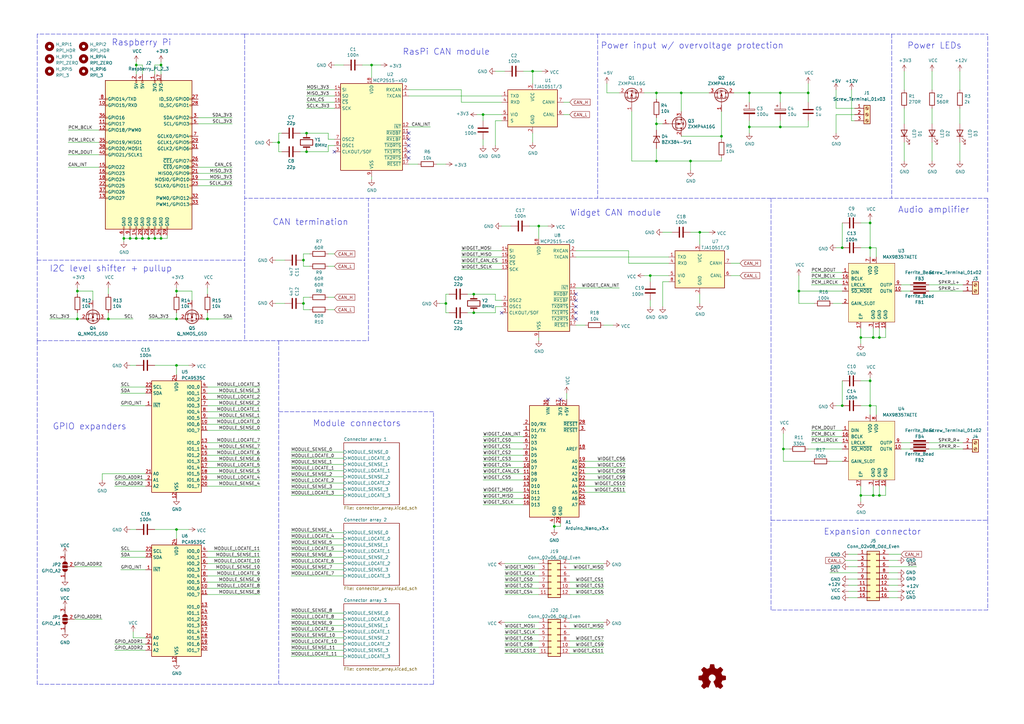
<source format=kicad_sch>
(kicad_sch (version 20211123) (generator eeschema)
  (paper "A3")
  (title_block (title "Backplane") (date "2022-08-10") (rev "v3.0"))
  (junction (at 307.34 38.1))
  (junction (at 152.4 26.67))
  (junction (at 269.24 66.04))
  (junction (at 72.39 149.86))
  (junction (at 66.04 97.79))
  (junction (at 358.14 138.43))
  (junction (at 269.24 38.1))
  (junction (at 358.14 203.2))
  (junction (at 72.39 119.38))
  (junction (at 327.66 119.38))
  (junction (at 125.73 62.23))
  (junction (at 283.21 66.04))
  (junction (at 58.42 97.79))
  (junction (at 194.31 128.27))
  (junction (at 295.91 55.88))
  (junction (at 227.33 215.9))
  (junction (at 124.46 124.46))
  (junction (at 360.68 138.43))
  (junction (at 360.68 203.2))
  (junction (at 353.06 203.2))
  (junction (at 356.87 91.44))
  (junction (at 320.04 52.07))
  (junction (at 321.31 184.15))
  (junction (at 55.88 26.67))
  (junction (at 218.44 29.21))
  (junction (at 356.87 156.21))
  (junction (at 198.12 46.99))
  (junction (at 345.44 166.37))
  (junction (at 50.8 97.79))
  (junction (at 44.45 130.81))
  (junction (at 269.24 50.8))
  (junction (at 356.87 101.6))
  (junction (at 53.34 97.79))
  (junction (at 220.98 92.71))
  (junction (at 331.47 38.1))
  (junction (at 72.39 130.81))
  (junction (at 287.02 95.25))
  (junction (at 31.75 130.81))
  (junction (at 66.04 26.67))
  (junction (at 114.3 58.42))
  (junction (at 55.88 97.79))
  (junction (at 345.44 101.6))
  (junction (at 85.09 130.81))
  (junction (at 320.04 38.1))
  (junction (at 124.46 106.68))
  (junction (at 279.4 38.1))
  (junction (at 182.88 124.46))
  (junction (at 72.39 217.17))
  (junction (at 353.06 138.43))
  (junction (at 307.34 52.07))
  (junction (at 266.7 113.03))
  (junction (at 356.87 166.37))
  (junction (at 194.31 120.65))
  (junction (at 125.73 54.61))
  (junction (at 63.5 97.79))
  (junction (at 60.96 97.79))
  (junction (at 31.75 119.38))
  (no_connect (at 167.64 64.77))
  (no_connect (at 137.16 62.23))
  (no_connect (at 236.22 123.19))
  (no_connect (at 236.22 125.73))
  (no_connect (at 236.22 120.65))
  (no_connect (at 167.64 57.15))
  (no_connect (at 167.64 62.23))
  (no_connect (at 205.74 128.27))
  (no_connect (at 167.64 54.61))
  (no_connect (at 236.22 130.81))
  (no_connect (at 236.22 128.27))
  (no_connect (at 167.64 59.69))
  (no_connect (at 224.79 163.83))
  (no_connect (at 229.87 163.83))
  (wire (pts (xy 49.53 158.75) (xy 59.69 158.75)))
  (wire (pts (xy 114.3 62.23) (xy 114.3 58.42)))
  (polyline (pts (xy 15.24 139.7) (xy 15.24 280.67)))
  (polyline (pts (xy 316.23 250.19) (xy 316.23 213.36)))
  (wire (pts (xy 66.04 26.67) (xy 66.04 30.48)))
  (wire (pts (xy 271.78 95.25) (xy 275.59 95.25)))
  (wire (pts (xy 220.98 238.76) (xy 207.01 238.76)))
  (wire (pts (xy 345.44 156.21) (xy 345.44 166.37)))
  (wire (pts (xy 207.01 243.84) (xy 220.98 243.84)))
  (wire (pts (xy 356.87 101.6) (xy 359.41 101.6)))
  (wire (pts (xy 81.28 71.12) (xy 95.25 71.12)))
  (wire (pts (xy 307.34 49.53) (xy 307.34 52.07)))
  (wire (pts (xy 171.45 67.31) (xy 167.64 67.31)))
  (wire (pts (xy 346.71 229.87) (xy 351.79 229.87)))
  (wire (pts (xy 236.22 102.87) (xy 257.81 102.87)))
  (wire (pts (xy 240.03 191.77) (xy 256.54 191.77)))
  (wire (pts (xy 332.74 116.84) (xy 345.44 116.84)))
  (wire (pts (xy 140.97 223.52) (xy 119.38 223.52)))
  (wire (pts (xy 123.19 62.23) (xy 125.73 62.23)))
  (wire (pts (xy 347.98 227.33) (xy 351.79 227.33)))
  (wire (pts (xy 85.09 118.11) (xy 85.09 120.65)))
  (wire (pts (xy 31.75 128.27) (xy 31.75 130.81)))
  (wire (pts (xy 205.74 105.41) (xy 189.23 105.41)))
  (wire (pts (xy 49.53 228.6) (xy 59.69 228.6)))
  (wire (pts (xy 356.87 166.37) (xy 359.41 166.37)))
  (wire (pts (xy 353.06 166.37) (xy 356.87 166.37)))
  (wire (pts (xy 331.47 184.15) (xy 345.44 184.15)))
  (wire (pts (xy 214.63 181.61) (xy 198.12 181.61)))
  (wire (pts (xy 114.3 58.42) (xy 111.76 58.42)))
  (wire (pts (xy 266.7 113.03) (xy 274.32 113.03)))
  (wire (pts (xy 381 116.84) (xy 394.97 116.84)))
  (wire (pts (xy 345.44 91.44) (xy 345.44 101.6)))
  (polyline (pts (xy 114.3 139.7) (xy 151.13 139.7)))
  (wire (pts (xy 356.87 170.18) (xy 356.87 166.37)))
  (wire (pts (xy 347.98 232.41) (xy 351.79 232.41)))
  (wire (pts (xy 55.88 97.79) (xy 58.42 97.79)))
  (wire (pts (xy 203.2 128.27) (xy 203.2 125.73)))
  (wire (pts (xy 233.68 233.68) (xy 247.65 233.68)))
  (wire (pts (xy 254 118.11) (xy 236.22 118.11)))
  (wire (pts (xy 50.8 99.06) (xy 50.8 97.79)))
  (wire (pts (xy 368.3 242.57) (xy 364.49 242.57)))
  (wire (pts (xy 240.03 196.85) (xy 256.54 196.85)))
  (wire (pts (xy 106.68 189.23) (xy 85.09 189.23)))
  (wire (pts (xy 254 38.1) (xy 248.92 38.1)))
  (wire (pts (xy 370.84 50.8) (xy 370.84 44.45)))
  (wire (pts (xy 85.09 166.37) (xy 106.68 166.37)))
  (wire (pts (xy 381 184.15) (xy 394.97 184.15)))
  (wire (pts (xy 340.36 234.95) (xy 351.79 234.95)))
  (wire (pts (xy 363.22 138.43) (xy 363.22 134.62)))
  (wire (pts (xy 259.08 66.04) (xy 269.24 66.04)))
  (wire (pts (xy 287.02 120.65) (xy 287.02 124.46)))
  (wire (pts (xy 60.96 96.52) (xy 60.96 97.79)))
  (polyline (pts (xy 316.23 81.28) (xy 316.23 213.36)))
  (wire (pts (xy 55.88 217.17) (xy 53.34 217.17)))
  (wire (pts (xy 72.39 119.38) (xy 72.39 120.65)))
  (polyline (pts (xy 15.24 106.68) (xy 15.24 139.7)))
  (wire (pts (xy 381 181.61) (xy 394.97 181.61)))
  (wire (pts (xy 360.68 138.43) (xy 360.68 134.62)))
  (wire (pts (xy 72.39 130.81) (xy 73.66 130.81)))
  (polyline (pts (xy 405.13 213.36) (xy 405.13 250.19)))
  (wire (pts (xy 119.38 220.98) (xy 140.97 220.98)))
  (wire (pts (xy 198.12 201.93) (xy 214.63 201.93)))
  (wire (pts (xy 176.53 52.07) (xy 167.64 52.07)))
  (wire (pts (xy 327.66 113.03) (xy 327.66 119.38)))
  (wire (pts (xy 78.74 123.19) (xy 78.74 119.38)))
  (wire (pts (xy 41.91 196.85) (xy 41.91 194.31)))
  (wire (pts (xy 233.68 255.27) (xy 247.65 255.27)))
  (polyline (pts (xy 114.3 139.7) (xy 114.3 280.67)))
  (wire (pts (xy 331.47 38.1) (xy 331.47 34.29)))
  (wire (pts (xy 214.63 204.47) (xy 198.12 204.47)))
  (wire (pts (xy 106.68 163.83) (xy 85.09 163.83)))
  (wire (pts (xy 220.98 241.3) (xy 207.01 241.3)))
  (wire (pts (xy 220.98 92.71) (xy 220.98 97.79)))
  (wire (pts (xy 83.82 130.81) (xy 85.09 130.81)))
  (wire (pts (xy 233.68 257.81) (xy 247.65 257.81)))
  (wire (pts (xy 327.66 119.38) (xy 345.44 119.38)))
  (wire (pts (xy 229.87 215.9) (xy 229.87 214.63)))
  (wire (pts (xy 20.32 130.81) (xy 31.75 130.81)))
  (wire (pts (xy 137.16 127) (xy 134.62 127)))
  (wire (pts (xy 356.87 156.21) (xy 356.87 166.37)))
  (wire (pts (xy 85.09 171.45) (xy 106.68 171.45)))
  (wire (pts (xy 189.23 102.87) (xy 205.74 102.87)))
  (wire (pts (xy 347.98 237.49) (xy 351.79 237.49)))
  (wire (pts (xy 198.12 207.01) (xy 214.63 207.01)))
  (wire (pts (xy 203.2 125.73) (xy 205.74 125.73)))
  (wire (pts (xy 148.59 26.67) (xy 152.4 26.67)))
  (wire (pts (xy 127 121.92) (xy 124.46 121.92)))
  (wire (pts (xy 54.61 261.62) (xy 54.61 259.08)))
  (wire (pts (xy 358.14 138.43) (xy 360.68 138.43)))
  (wire (pts (xy 43.18 130.81) (xy 44.45 130.81)))
  (wire (pts (xy 321.31 184.15) (xy 323.85 184.15)))
  (wire (pts (xy 125.73 44.45) (xy 137.16 44.45)))
  (wire (pts (xy 27.94 58.42) (xy 40.64 58.42)))
  (wire (pts (xy 140.97 261.62) (xy 119.38 261.62)))
  (wire (pts (xy 214.63 189.23) (xy 198.12 189.23)))
  (wire (pts (xy 218.44 54.61) (xy 218.44 58.42)))
  (wire (pts (xy 140.97 185.42) (xy 119.38 185.42)))
  (wire (pts (xy 167.64 39.37) (xy 205.74 39.37)))
  (wire (pts (xy 137.16 57.15) (xy 134.62 57.15)))
  (wire (pts (xy 27.94 63.5) (xy 40.64 63.5)))
  (wire (pts (xy 50.8 96.52) (xy 50.8 97.79)))
  (wire (pts (xy 233.68 241.3) (xy 247.65 241.3)))
  (wire (pts (xy 106.68 231.14) (xy 85.09 231.14)))
  (wire (pts (xy 137.16 39.37) (xy 125.73 39.37)))
  (wire (pts (xy 198.12 194.31) (xy 214.63 194.31)))
  (wire (pts (xy 359.41 101.6) (xy 359.41 105.41)))
  (wire (pts (xy 63.5 97.79) (xy 63.5 96.52)))
  (wire (pts (xy 205.74 123.19) (xy 203.2 123.19)))
  (wire (pts (xy 279.4 38.1) (xy 269.24 38.1)))
  (wire (pts (xy 189.23 41.91) (xy 205.74 41.91)))
  (wire (pts (xy 85.09 176.53) (xy 106.68 176.53)))
  (wire (pts (xy 207.01 260.35) (xy 220.98 260.35)))
  (wire (pts (xy 358.14 203.2) (xy 360.68 203.2)))
  (wire (pts (xy 368.3 245.11) (xy 364.49 245.11)))
  (polyline (pts (xy 15.24 106.68) (xy 100.33 106.68)))
  (wire (pts (xy 227.33 215.9) (xy 227.33 217.17)))
  (wire (pts (xy 295.91 57.15) (xy 295.91 55.88)))
  (wire (pts (xy 224.79 92.71) (xy 220.98 92.71)))
  (wire (pts (xy 119.38 259.08) (xy 140.97 259.08)))
  (wire (pts (xy 46.99 266.7) (xy 59.69 266.7)))
  (wire (pts (xy 214.63 191.77) (xy 198.12 191.77)))
  (wire (pts (xy 194.31 128.27) (xy 203.2 128.27)))
  (wire (pts (xy 295.91 66.04) (xy 283.21 66.04)))
  (wire (pts (xy 269.24 60.96) (xy 269.24 66.04)))
  (wire (pts (xy 240.03 201.93) (xy 256.54 201.93)))
  (wire (pts (xy 353.06 138.43) (xy 358.14 138.43)))
  (wire (pts (xy 283.21 66.04) (xy 269.24 66.04)))
  (wire (pts (xy 320.04 41.91) (xy 320.04 38.1)))
  (wire (pts (xy 85.09 243.84) (xy 106.68 243.84)))
  (wire (pts (xy 119.38 198.12) (xy 140.97 198.12)))
  (wire (pts (xy 218.44 29.21) (xy 222.25 29.21)))
  (wire (pts (xy 58.42 97.79) (xy 60.96 97.79)))
  (wire (pts (xy 271.78 115.57) (xy 271.78 125.73)))
  (wire (pts (xy 106.68 241.3) (xy 85.09 241.3)))
  (wire (pts (xy 63.5 26.67) (xy 66.04 26.67)))
  (wire (pts (xy 140.97 233.68) (xy 119.38 233.68)))
  (wire (pts (xy 299.72 113.03) (xy 303.53 113.03)))
  (wire (pts (xy 124.46 121.92) (xy 124.46 124.46)))
  (wire (pts (xy 55.88 96.52) (xy 55.88 97.79)))
  (wire (pts (xy 232.41 161.29) (xy 232.41 163.83)))
  (wire (pts (xy 217.17 92.71) (xy 220.98 92.71)))
  (polyline (pts (xy 405.13 81.28) (xy 316.23 81.28)))
  (wire (pts (xy 198.12 59.69) (xy 198.12 57.15)))
  (wire (pts (xy 119.38 254) (xy 140.97 254)))
  (wire (pts (xy 50.8 97.79) (xy 53.34 97.79)))
  (wire (pts (xy 353.06 91.44) (xy 356.87 91.44)))
  (wire (pts (xy 342.9 46.99) (xy 350.52 46.99)))
  (wire (pts (xy 349.25 36.83) (xy 349.25 49.53)))
  (wire (pts (xy 295.91 64.77) (xy 295.91 66.04)))
  (wire (pts (xy 198.12 196.85) (xy 214.63 196.85)))
  (wire (pts (xy 49.53 166.37) (xy 59.69 166.37)))
  (wire (pts (xy 233.68 265.43) (xy 247.65 265.43)))
  (wire (pts (xy 321.31 189.23) (xy 332.74 189.23)))
  (wire (pts (xy 156.21 26.67) (xy 152.4 26.67)))
  (wire (pts (xy 125.73 41.91) (xy 137.16 41.91)))
  (wire (pts (xy 124.46 124.46) (xy 124.46 127)))
  (wire (pts (xy 119.38 236.22) (xy 140.97 236.22)))
  (polyline (pts (xy 405.13 250.19) (xy 316.23 250.19)))
  (wire (pts (xy 127 109.22) (xy 124.46 109.22)))
  (wire (pts (xy 271.78 115.57) (xy 274.32 115.57)))
  (wire (pts (xy 279.4 55.88) (xy 295.91 55.88)))
  (wire (pts (xy 358.14 138.43) (xy 358.14 134.62)))
  (wire (pts (xy 72.39 217.17) (xy 72.39 220.98)))
  (wire (pts (xy 66.04 26.67) (xy 66.04 25.4)))
  (wire (pts (xy 359.41 166.37) (xy 359.41 170.18)))
  (wire (pts (xy 347.98 242.57) (xy 351.79 242.57)))
  (wire (pts (xy 320.04 38.1) (xy 331.47 38.1)))
  (wire (pts (xy 106.68 236.22) (xy 85.09 236.22)))
  (wire (pts (xy 72.39 217.17) (xy 77.47 217.17)))
  (wire (pts (xy 257.81 107.95) (xy 274.32 107.95)))
  (wire (pts (xy 106.68 158.75) (xy 85.09 158.75)))
  (wire (pts (xy 55.88 25.4) (xy 55.88 26.67)))
  (wire (pts (xy 295.91 55.88) (xy 295.91 45.72)))
  (wire (pts (xy 207.01 236.22) (xy 220.98 236.22)))
  (wire (pts (xy 353.06 205.74) (xy 353.06 203.2)))
  (wire (pts (xy 320.04 52.07) (xy 331.47 52.07)))
  (wire (pts (xy 332.74 181.61) (xy 345.44 181.61)))
  (wire (pts (xy 360.68 203.2) (xy 363.22 203.2)))
  (wire (pts (xy 30.48 232.41) (xy 41.91 232.41)))
  (wire (pts (xy 353.06 140.97) (xy 353.06 138.43)))
  (polyline (pts (xy 15.24 139.7) (xy 114.3 139.7)))
  (wire (pts (xy 299.72 107.95) (xy 303.53 107.95)))
  (wire (pts (xy 203.2 120.65) (xy 194.31 120.65)))
  (wire (pts (xy 207.01 257.81) (xy 220.98 257.81)))
  (wire (pts (xy 38.1 123.19) (xy 38.1 119.38)))
  (wire (pts (xy 369.57 116.84) (xy 373.38 116.84)))
  (wire (pts (xy 356.87 91.44) (xy 356.87 101.6)))
  (wire (pts (xy 240.03 199.39) (xy 256.54 199.39)))
  (wire (pts (xy 182.88 124.46) (xy 180.34 124.46)))
  (wire (pts (xy 137.16 26.67) (xy 140.97 26.67)))
  (wire (pts (xy 106.68 226.06) (xy 85.09 226.06)))
  (wire (pts (xy 66.04 97.79) (xy 68.58 97.79)))
  (wire (pts (xy 106.68 168.91) (xy 85.09 168.91)))
  (wire (pts (xy 119.38 269.24) (xy 140.97 269.24)))
  (wire (pts (xy 53.34 97.79) (xy 55.88 97.79)))
  (wire (pts (xy 266.7 125.73) (xy 266.7 123.19)))
  (polyline (pts (xy 100.33 13.97) (xy 405.13 13.97)))
  (wire (pts (xy 203.2 49.53) (xy 205.74 49.53)))
  (wire (pts (xy 63.5 217.17) (xy 72.39 217.17)))
  (wire (pts (xy 307.34 52.07) (xy 320.04 52.07)))
  (wire (pts (xy 44.45 130.81) (xy 54.61 130.81)))
  (wire (pts (xy 85.09 199.39) (xy 106.68 199.39)))
  (wire (pts (xy 182.88 124.46) (xy 182.88 120.65)))
  (wire (pts (xy 66.04 96.52) (xy 66.04 97.79)))
  (wire (pts (xy 283.21 69.85) (xy 283.21 66.04)))
  (polyline (pts (xy 405.13 78.74) (xy 405.13 73.66)))
  (wire (pts (xy 342.9 101.6) (xy 345.44 101.6)))
  (wire (pts (xy 203.2 29.21) (xy 207.01 29.21)))
  (wire (pts (xy 349.25 49.53) (xy 350.52 49.53)))
  (wire (pts (xy 356.87 90.17) (xy 356.87 91.44)))
  (wire (pts (xy 195.58 46.99) (xy 198.12 46.99)))
  (wire (pts (xy 321.31 184.15) (xy 321.31 189.23)))
  (wire (pts (xy 231.14 46.99) (xy 233.68 46.99)))
  (polyline (pts (xy 100.33 13.97) (xy 15.24 13.97)))
  (wire (pts (xy 331.47 52.07) (xy 331.47 49.53)))
  (polyline (pts (xy 100.33 13.97) (xy 100.33 139.7)))
  (wire (pts (xy 279.4 38.1) (xy 290.83 38.1)))
  (wire (pts (xy 49.53 161.29) (xy 59.69 161.29)))
  (wire (pts (xy 182.88 67.31) (xy 179.07 67.31)))
  (wire (pts (xy 58.42 26.67) (xy 58.42 30.48)))
  (wire (pts (xy 198.12 49.53) (xy 198.12 46.99)))
  (wire (pts (xy 60.96 130.81) (xy 72.39 130.81)))
  (wire (pts (xy 240.03 189.23) (xy 256.54 189.23)))
  (wire (pts (xy 287.02 95.25) (xy 290.83 95.25)))
  (wire (pts (xy 360.68 203.2) (xy 360.68 199.39)))
  (wire (pts (xy 220.98 265.43) (xy 207.01 265.43)))
  (wire (pts (xy 233.68 262.89) (xy 247.65 262.89)))
  (polyline (pts (xy 15.24 13.97) (xy 15.24 106.68)))
  (wire (pts (xy 106.68 196.85) (xy 85.09 196.85)))
  (polyline (pts (xy 316.23 81.28) (xy 100.33 81.28)))
  (wire (pts (xy 81.28 76.2) (xy 95.25 76.2)))
  (wire (pts (xy 46.99 196.85) (xy 59.69 196.85)))
  (wire (pts (xy 59.69 261.62) (xy 54.61 261.62)))
  (wire (pts (xy 95.25 73.66) (xy 81.28 73.66)))
  (wire (pts (xy 72.39 128.27) (xy 72.39 130.81)))
  (wire (pts (xy 119.38 264.16) (xy 140.97 264.16)))
  (wire (pts (xy 140.97 266.7) (xy 119.38 266.7)))
  (wire (pts (xy 264.16 38.1) (xy 269.24 38.1)))
  (wire (pts (xy 30.48 254) (xy 41.91 254)))
  (wire (pts (xy 364.49 227.33) (xy 369.57 227.33)))
  (wire (pts (xy 194.31 120.65) (xy 191.77 120.65)))
  (polyline (pts (xy 365.76 13.97) (xy 365.76 81.28)))
  (wire (pts (xy 198.12 46.99) (xy 205.74 46.99)))
  (wire (pts (xy 189.23 36.83) (xy 189.23 41.91)))
  (wire (pts (xy 203.2 123.19) (xy 203.2 120.65)))
  (wire (pts (xy 307.34 38.1) (xy 320.04 38.1)))
  (wire (pts (xy 307.34 38.1) (xy 307.34 41.91)))
  (wire (pts (xy 369.57 119.38) (xy 373.38 119.38)))
  (wire (pts (xy 320.04 52.07) (xy 320.04 49.53)))
  (wire (pts (xy 60.96 97.79) (xy 63.5 97.79)))
  (wire (pts (xy 55.88 149.86) (xy 53.34 149.86)))
  (wire (pts (xy 191.77 128.27) (xy 194.31 128.27)))
  (wire (pts (xy 342.9 54.61) (xy 342.9 46.99)))
  (wire (pts (xy 264.16 113.03) (xy 266.7 113.03)))
  (wire (pts (xy 353.06 138.43) (xy 353.06 134.62)))
  (wire (pts (xy 205.74 92.71) (xy 209.55 92.71)))
  (wire (pts (xy 182.88 120.65) (xy 184.15 120.65)))
  (wire (pts (xy 331.47 41.91) (xy 331.47 38.1)))
  (wire (pts (xy 269.24 50.8) (xy 269.24 48.26)))
  (wire (pts (xy 356.87 154.94) (xy 356.87 156.21)))
  (wire (pts (xy 375.92 232.41) (xy 364.49 232.41)))
  (wire (pts (xy 113.03 106.68) (xy 116.84 106.68)))
  (polyline (pts (xy 151.13 139.7) (xy 151.13 81.28)))
  (wire (pts (xy 332.74 111.76) (xy 345.44 111.76)))
  (wire (pts (xy 72.39 118.11) (xy 72.39 119.38)))
  (wire (pts (xy 140.97 256.54) (xy 119.38 256.54)))
  (wire (pts (xy 207.01 231.14) (xy 220.98 231.14)))
  (wire (pts (xy 31.75 119.38) (xy 31.75 120.65)))
  (wire (pts (xy 44.45 118.11) (xy 44.45 120.65)))
  (polyline (pts (xy 177.8 168.91) (xy 114.3 168.91)))
  (polyline (pts (xy 405.13 213.36) (xy 405.13 81.28)))
  (wire (pts (xy 137.16 104.14) (xy 134.62 104.14)))
  (wire (pts (xy 44.45 130.81) (xy 44.45 128.27)))
  (wire (pts (xy 78.74 119.38) (xy 72.39 119.38)))
  (wire (pts (xy 233.68 243.84) (xy 247.65 243.84)))
  (wire (pts (xy 353.06 203.2) (xy 353.06 199.39)))
  (wire (pts (xy 257.81 102.87) (xy 257.81 107.95)))
  (wire (pts (xy 46.99 264.16) (xy 59.69 264.16)))
  (wire (pts (xy 124.46 104.14) (xy 127 104.14)))
  (wire (pts (xy 85.09 186.69) (xy 106.68 186.69)))
  (wire (pts (xy 269.24 38.1) (xy 269.24 40.64)))
  (wire (pts (xy 125.73 36.83) (xy 137.16 36.83)))
  (wire (pts (xy 46.99 199.39) (xy 59.69 199.39)))
  (wire (pts (xy 85.09 130.81) (xy 95.25 130.81)))
  (wire (pts (xy 85.09 181.61) (xy 106.68 181.61)))
  (wire (pts (xy 95.25 50.8) (xy 81.28 50.8)))
  (wire (pts (xy 233.68 267.97) (xy 247.65 267.97)))
  (wire (pts (xy 240.03 194.31) (xy 256.54 194.31)))
  (wire (pts (xy 189.23 110.49) (xy 205.74 110.49)))
  (wire (pts (xy 85.09 233.68) (xy 106.68 233.68)))
  (wire (pts (xy 106.68 184.15) (xy 85.09 184.15)))
  (wire (pts (xy 342.9 166.37) (xy 345.44 166.37)))
  (wire (pts (xy 220.98 139.7) (xy 220.98 138.43)))
  (wire (pts (xy 369.57 181.61) (xy 373.38 181.61)))
  (wire (pts (xy 233.68 238.76) (xy 247.65 238.76)))
  (wire (pts (xy 63.5 26.67) (xy 63.5 30.48)))
  (wire (pts (xy 119.38 193.04) (xy 140.97 193.04)))
  (wire (pts (xy 72.39 149.86) (xy 72.39 153.67)))
  (wire (pts (xy 134.62 62.23) (xy 134.62 59.69)))
  (wire (pts (xy 207.01 233.68) (xy 220.98 233.68)))
  (wire (pts (xy 189.23 107.95) (xy 205.74 107.95)))
  (wire (pts (xy 53.34 97.79) (xy 53.34 96.52)))
  (polyline (pts (xy 316.23 213.36) (xy 405.13 213.36)))
  (wire (pts (xy 364.49 237.49) (xy 368.3 237.49)))
  (wire (pts (xy 63.5 97.79) (xy 66.04 97.79)))
  (wire (pts (xy 140.97 195.58) (xy 119.38 195.58)))
  (wire (pts (xy 259.08 45.72) (xy 259.08 66.04)))
  (wire (pts (xy 382.27 29.21) (xy 382.27 36.83)))
  (wire (pts (xy 31.75 130.81) (xy 33.02 130.81)))
  (wire (pts (xy 152.4 73.66) (xy 152.4 72.39)))
  (wire (pts (xy 81.28 48.26) (xy 95.25 48.26)))
  (wire (pts (xy 124.46 106.68) (xy 124.46 104.14)))
  (wire (pts (xy 140.97 218.44) (xy 119.38 218.44)))
  (wire (pts (xy 31.75 118.11) (xy 31.75 119.38)))
  (wire (pts (xy 227.33 215.9) (xy 229.87 215.9)))
  (wire (pts (xy 248.92 34.29) (xy 248.92 38.1)))
  (wire (pts (xy 364.49 229.87) (xy 368.3 229.87)))
  (wire (pts (xy 393.7 29.21) (xy 393.7 36.83)))
  (wire (pts (xy 307.34 52.07) (xy 307.34 54.61)))
  (wire (pts (xy 140.97 228.6) (xy 119.38 228.6)))
  (wire (pts (xy 347.98 245.11) (xy 351.79 245.11)))
  (wire (pts (xy 251.46 133.35) (xy 247.65 133.35)))
  (wire (pts (xy 119.38 226.06) (xy 140.97 226.06)))
  (wire (pts (xy 240.03 133.35) (xy 236.22 133.35)))
  (wire (pts (xy 327.66 124.46) (xy 327.66 119.38)))
  (wire (pts (xy 137.16 121.92) (xy 134.62 121.92)))
  (wire (pts (xy 382.27 66.04) (xy 382.27 58.42)))
  (wire (pts (xy 279.4 45.72) (xy 279.4 38.1)))
  (wire (pts (xy 269.24 53.34) (xy 269.24 50.8)))
  (wire (pts (xy 370.84 66.04) (xy 370.84 58.42)))
  (wire (pts (xy 114.3 58.42) (xy 114.3 54.61)))
  (wire (pts (xy 140.97 200.66) (xy 119.38 200.66)))
  (wire (pts (xy 140.97 190.5) (xy 119.38 190.5)))
  (wire (pts (xy 55.88 26.67) (xy 58.42 26.67)))
  (wire (pts (xy 124.46 109.22) (xy 124.46 106.68)))
  (wire (pts (xy 203.2 49.53) (xy 203.2 59.69)))
  (wire (pts (xy 364.49 240.03) (xy 368.3 240.03)))
  (wire (pts (xy 49.53 226.06) (xy 59.69 226.06)))
  (wire (pts (xy 342.9 36.83) (xy 342.9 44.45)))
  (wire (pts (xy 369.57 184.15) (xy 373.38 184.15)))
  (wire (pts (xy 207.01 255.27) (xy 220.98 255.27)))
  (wire (pts (xy 393.7 66.04) (xy 393.7 58.42)))
  (wire (pts (xy 106.68 194.31) (xy 85.09 194.31)))
  (wire (pts (xy 236.22 105.41) (xy 274.32 105.41)))
  (wire (pts (xy 214.63 184.15) (xy 198.12 184.15)))
  (wire (pts (xy 360.68 138.43) (xy 363.22 138.43)))
  (wire (pts (xy 351.79 240.03) (xy 347.98 240.03)))
  (wire (pts (xy 182.88 128.27) (xy 182.88 124.46)))
  (wire (pts (xy 40.64 68.58) (xy 27.94 68.58)))
  (wire (pts (xy 283.21 95.25) (xy 287.02 95.25)))
  (polyline (pts (xy 245.11 13.97) (xy 245.11 81.28)))
  (wire (pts (xy 152.4 26.67) (xy 152.4 31.75)))
  (wire (pts (xy 353.06 203.2) (xy 358.14 203.2)))
  (wire (pts (xy 85.09 228.6) (xy 106.68 228.6)))
  (wire (pts (xy 227.33 214.63) (xy 227.33 215.9)))
  (wire (pts (xy 134.62 109.22) (xy 137.16 109.22)))
  (wire (pts (xy 49.53 233.68) (xy 59.69 233.68)))
  (polyline (pts (xy 177.8 280.67) (xy 15.24 280.67)))
  (wire (pts (xy 95.25 68.58) (xy 81.28 68.58)))
  (wire (pts (xy 300.99 38.1) (xy 307.34 38.1)))
  (wire (pts (xy 140.97 251.46) (xy 119.38 251.46)))
  (wire (pts (xy 63.5 149.86) (xy 72.39 149.86)))
  (wire (pts (xy 41.91 194.31) (xy 59.69 194.31)))
  (wire (pts (xy 214.63 186.69) (xy 198.12 186.69)))
  (wire (pts (xy 345.44 179.07) (xy 332.74 179.07)))
  (wire (pts (xy 114.3 54.61) (xy 115.57 54.61)))
  (wire (pts (xy 342.9 44.45) (xy 350.52 44.45)))
  (wire (pts (xy 271.78 50.8) (xy 269.24 50.8)))
  (wire (pts (xy 266.7 115.57) (xy 266.7 113.03)))
  (wire (pts (xy 115.57 62.23) (xy 114.3 62.23)))
  (wire (pts (xy 218.44 29.21) (xy 218.44 34.29)))
  (wire (pts (xy 321.31 177.8) (xy 321.31 184.15)))
  (wire (pts (xy 58.42 97.79) (xy 58.42 96.52)))
  (wire (pts (xy 370.84 29.21) (xy 370.84 36.83)))
  (wire (pts (xy 340.36 189.23) (xy 345.44 189.23)))
  (wire (pts (xy 353.06 101.6) (xy 356.87 101.6)))
  (wire (pts (xy 214.63 29.21) (xy 218.44 29.21)))
  (wire (pts (xy 85.09 130.81) (xy 85.09 128.27)))
  (wire (pts (xy 381 119.38) (xy 394.97 119.38)))
  (wire (pts (xy 345.44 114.3) (xy 332.74 114.3)))
  (wire (pts (xy 287.02 95.25) (xy 287.02 100.33)))
  (polyline (pts (xy 405.13 73.66) (xy 405.13 13.97)))
  (wire (pts (xy 119.38 203.2) (xy 140.97 203.2)))
  (wire (pts (xy 125.73 62.23) (xy 134.62 62.23)))
  (wire (pts (xy 356.87 105.41) (xy 356.87 101.6)))
  (wire (pts (xy 85.09 161.29) (xy 106.68 161.29)))
  (wire (pts (xy 167.64 36.83) (xy 189.23 36.83)))
  (wire (pts (xy 393.7 50.8) (xy 393.7 44.45)))
  (wire (pts (xy 119.38 231.14) (xy 140.97 231.14)))
  (wire (pts (xy 358.14 203.2) (xy 358.14 199.39)))
  (wire (pts (xy 363.22 203.2) (xy 363.22 199.39)))
  (wire (pts (xy 119.38 187.96) (xy 140.97 187.96)))
  (wire (pts (xy 106.68 173.99) (xy 85.09 173.99)))
  (wire (pts (xy 341.63 124.46) (xy 345.44 124.46)))
  (wire (pts (xy 68.58 97.79) (xy 68.58 96.52)))
  (wire (pts (xy 332.74 176.53) (xy 345.44 176.53)))
  (wire (pts (xy 124.46 127) (xy 127 127)))
  (wire (pts (xy 85.09 238.76) (xy 106.68 238.76)))
  (wire (pts (xy 134.62 59.69) (xy 137.16 59.69)))
  (wire (pts (xy 85.09 191.77) (xy 106.68 191.77)))
  (wire (pts (xy 207.01 267.97) (xy 220.98 267.97)))
  (wire (pts (xy 72.39 149.86) (xy 77.47 149.86)))
  (wire (pts (xy 134.62 57.15) (xy 134.62 54.61)))
  (wire (pts (xy 198.12 179.07) (xy 214.63 179.07)))
  (wire (pts (xy 353.06 156.21) (xy 356.87 156.21)))
  (wire (pts (xy 184.15 128.27) (xy 182.88 128.27)))
  (polyline (pts (xy 177.8 280.67) (xy 177.8 168.91)))
  (wire (pts (xy 55.88 26.67) (xy 55.88 30.48)))
  (wire (pts (xy 233.68 231.14) (xy 247.65 231.14)))
  (wire (pts (xy 40.64 53.34) (xy 27.94 53.34)))
  (wire (pts (xy 231.14 41.91) (xy 233.68 41.91)))
  (wire (pts (xy 134.62 54.61) (xy 125.73 54.61)))
  (wire (pts (xy 113.03 124.46) (xy 116.84 124.46)))
  (wire (pts (xy 364.49 234.95) (xy 368.3 234.95)))
  (wire (pts (xy 334.01 124.46) (xy 327.66 124.46)))
  (wire (pts (xy 125.73 54.61) (xy 123.19 54.61)))
  (wire (pts (xy 382.27 50.8) (xy 382.27 44.45)))
  (wire (pts (xy 38.1 119.38) (xy 31.75 119.38)))
  (wire (pts (xy 220.98 262.89) (xy 207.01 262.89)))
  (text "I2C level shifter + pullup" (at 20.32 111.76 0) (effects (font (size 2.54 2.54)) (justify left bottom)))
  (text "Power input w/ overvoltage protection" (at 246.38 20.32 0) (effects (font (size 2.54 2.54)) (justify left bottom)))
  (text "Raspberry Pi" (at 45.72 19.05 0) (effects (font (size 2.54 2.54)) (justify left bottom)))
  (text "Expansion connector" (at 337.82 219.71 0) (effects (font (size 2.54 2.54)) (justify left bottom)))
  (text "Widget CAN module" (at 233.68 88.9 0) (effects (font (size 2.54 2.54)) (justify left bottom)))
  (text "CAN termination" (at 111.76 92.71 0) (effects (font (size 2.54 2.54)) (justify left bottom)))
  (text "Audio amplifier" (at 368.3 87.63 0) (effects (font (size 2.54 2.54)) (justify left bottom)))
  (text "Module connectors" (at 128.27 175.26 0) (effects (font (size 2.54 2.54)) (justify left bottom)))
  (text "Power LEDs" (at 372.11 20.32 0) (effects (font (size 2.54 2.54)) (justify left bottom)))
  (text "RasPi CAN module" (at 165.1 22.86 0) (effects (font (size 2.54 2.54)) (justify left bottom)))
  (text "GPIO expanders" (at 21.59 176.53 0) (effects (font (size 2.54 2.54)) (justify left bottom)))
  (label "WIDGET_CAN_INT" (at 254 118.11 180))
  (label "MODULE_LOCATE_9" (at 119.38 259.08 0))
  (label "WIDGET_CS2" (at 198.12 186.69 0))
  (label "WIDGET_CAN_CS" (at 189.23 107.95 0))
  (label "MODULE_SENSE_9" (at 106.68 238.76 180))
  (label "MODULE_SENSE_7" (at 106.68 184.15 180))
  (label "MODULE_LOCATE_6" (at 106.68 186.69 180))
  (label "MODULE_SENSE_11" (at 119.38 266.7 0))
  (label "MODULE_SENSE_2" (at 106.68 166.37 180))
  (label "GPIO_ADDR2" (at 41.91 232.41 180))
  (label "WIDGET_CS8" (at 207.01 265.43 0))
  (label "WIDGET_SCLK" (at 207.01 236.22 0))
  (label "WIDGET_MISO" (at 189.23 105.41 0))
  (label "SDA_3V3" (at 60.96 130.81 0))
  (label "WIDGET_CS1" (at 247.65 238.76 180))
  (label "MODULE_SENSE_10" (at 106.68 233.68 180))
  (label "MODULE_SENSE_6" (at 106.68 189.23 180))
  (label "WIDGET_CS0" (at 198.12 181.61 0))
  (label "MODULE_SENSE_8" (at 106.68 243.84 180))
  (label "WIDGET_CS11" (at 256.54 201.93 180))
  (label "MOSI_3V3" (at 95.25 73.66 180))
  (label "WIDGET_CS3" (at 247.65 241.3 180))
  (label "PCM_DOUT" (at 332.74 176.53 0))
  (label "MOSI_3V3" (at 125.73 36.83 0))
  (label "MODULE_SENSE_4" (at 106.68 199.39 180))
  (label "WIDGET_CS10" (at 207.01 267.97 0))
  (label "CAN_CS" (at 125.73 41.91 0))
  (label "WIDGET_SCLK" (at 198.12 207.01 0))
  (label "MODULE_LOCATE_1" (at 119.38 193.04 0))
  (label "WIDGET_CS6" (at 207.01 262.89 0))
  (label "MODULE_LOCATE_2" (at 106.68 163.83 180))
  (label "SCLK_3V3" (at 95.25 76.2 180))
  (label "SCL" (at 49.53 226.06 0))
  (label "WIDGET_CS9" (at 256.54 196.85 180))
  (label "SCLK_3V3" (at 125.73 44.45 0))
  (label "WIDGET_SCLK" (at 207.01 260.35 0))
  (label "MODULE_LOCATE_6" (at 119.38 231.14 0))
  (label "SCL" (at 49.53 158.75 0))
  (label "WIDGET_MISO" (at 198.12 204.47 0))
  (label "WIDGET_CS0" (at 207.01 238.76 0))
  (label "SDA" (at 95.25 130.81 180))
  (label "MODULE_SENSE_0" (at 119.38 185.42 0))
  (label "PCM_BCLK" (at 332.74 179.07 0))
  (label "MODULE_LOCATE_9" (at 106.68 236.22 180))
  (label "MODULE_SENSE_5" (at 119.38 223.52 0))
  (label "WIDGET_SCLK" (at 189.23 110.49 0))
  (label "GPIO_ADDR2" (at 46.99 199.39 0))
  (label "PCM_DOUT" (at 27.94 63.5 0))
  (label "WIDGET_MISO" (at 247.65 257.81 180))
  (label "PCM_BCLK" (at 332.74 114.3 0))
  (label "MISO_3V3" (at 125.73 39.37 0))
  (label "SPKR_L+" (at 384.81 116.84 0))
  (label "PCM_LRCLK" (at 27.94 58.42 0))
  (label "PCM_LRCLK" (at 332.74 181.61 0))
  (label "MODULE_LOCATE_10" (at 119.38 264.16 0))
  (label "WIDGET_MOSI" (at 189.23 102.87 0))
  (label "MODULE_LOCATE_0" (at 106.68 173.99 180))
  (label "PCM_DOUT" (at 332.74 111.76 0))
  (label "WIDGET_CS4" (at 198.12 191.77 0))
  (label "MODULE_SENSE_5" (at 106.68 194.31 180))
  (label "MODULE_SENSE_8" (at 119.38 251.46 0))
  (label "MODULE_LOCATE_1" (at 106.68 168.91 180))
  (label "GPIO_ADDR1" (at 46.99 264.16 0))
  (label "WIDGET_CS9" (at 247.65 265.43 180))
  (label "MODULE_SENSE_9" (at 119.38 256.54 0))
  (label "SPKR_R-" (at 384.81 184.15 0))
  (label "MODULE_SENSE_0" (at 106.68 176.53 180))
  (label "MODULE_SENSE_2" (at 119.38 195.58 0))
  (label "SDA" (at 49.53 228.6 0))
  (label "MODULE_LOCATE_8" (at 119.38 254 0))
  (label "SCL" (at 340.36 234.95 0))
  (label "MODULE_SENSE_3" (at 119.38 200.66 0))
  (label "WIDGET_MISO" (at 247.65 233.68 180))
  (label "MODULE_SENSE_10" (at 119.38 261.62 0))
  (label "MODULE_LOCATE_7" (at 106.68 181.61 180))
  (label "WIDGET_MOSI" (at 207.01 233.68 0))
  (label "GPIO_INT" (at 49.53 233.68 0))
  (label "SPKR_L-" (at 384.81 119.38 0))
  (label "GPIO_ADDR1" (at 41.91 254 180))
  (label "WIDGET_CS2" (at 207.01 241.3 0))
  (label "WIDGET_CS8" (at 256.54 194.31 180))
  (label "SCL_3V3" (at 20.32 130.81 0))
  (label "WIDGET_CS5" (at 198.12 196.85 0))
  (label "MODULE_LOCATE_11" (at 106.68 226.06 180))
  (label "WIDGET_CS5" (at 247.65 243.84 180))
  (label "WIDGET_CS1" (at 198.12 184.15 0))
  (label "SDA_3V3" (at 95.25 48.26 180))
  (label "MODULE_LOCATE_11" (at 119.38 269.24 0))
  (label "MODULE_SENSE_11" (at 106.68 228.6 180))
  (label "SCL" (at 54.61 130.81 180))
  (label "MODULE_LOCATE_3" (at 106.68 158.75 180))
  (label "WIDGET_CAN_INT" (at 198.12 179.07 0))
  (label "MODULE_LOCATE_5" (at 106.68 191.77 180))
  (label "MODULE_LOCATE_0" (at 119.38 187.96 0))
  (label "CAN_INT" (at 176.53 52.07 180))
  (label "MODULE_LOCATE_2" (at 119.38 198.12 0))
  (label "MODULE_LOCATE_3" (at 119.38 203.2 0))
  (label "WIDGET_CS11" (at 247.65 267.97 180))
  (label "SDA" (at 375.92 232.41 180))
  (label "CAN_CS" (at 95.25 68.58 180))
  (label "WIDGET_CS4" (at 207.01 243.84 0))
  (label "WIDGET_CS3" (at 198.12 189.23 0))
  (label "WIDGET_CS10" (at 256.54 199.39 180))
  (label "MODULE_LOCATE_10" (at 106.68 231.14 180))
  (label "GPIO_ADDR1" (at 46.99 196.85 0))
  (label "WIDGET_CS6" (at 256.54 189.23 180))
  (label "SDA" (at 49.53 161.29 0))
  (label "WIDGET_MOSI" (at 207.01 257.81 0))
  (label "WIDGET_CS7" (at 256.54 191.77 180))
  (label "MODULE_SENSE_6" (at 119.38 228.6 0))
  (label "MODULE_LOCATE_7" (at 119.38 236.22 0))
  (label "MISO_3V3" (at 95.25 71.12 180))
  (label "MODULE_SENSE_4" (at 119.38 218.44 0))
  (label "MODULE_LOCATE_4" (at 106.68 196.85 180))
  (label "WIDGET_MOSI" (at 198.12 201.93 0))
  (label "PCM_LRCLK" (at 332.74 116.84 0))
  (label "MODULE_SENSE_1" (at 106.68 171.45 180))
  (label "CAN_INT" (at 27.94 68.58 0))
  (label "MODULE_SENSE_3" (at 106.68 161.29 180))
  (label "MODULE_LOCATE_8" (at 106.68 241.3 180))
  (label "WIDGET_CAN_CS" (at 198.12 194.31 0))
  (label "MODULE_SENSE_1" (at 119.38 190.5 0))
  (label "GPIO_ADDR2" (at 46.99 266.7 0))
  (label "PCM_BCLK" (at 27.94 53.34 0))
  (label "GPIO_INT" (at 49.53 166.37 0))
  (label "WIDGET_CS7" (at 247.65 262.89 180))
  (label "MODULE_SENSE_7" (at 119.38 233.68 0))
  (label "MODULE_LOCATE_5" (at 119.38 226.06 0))
  (label "SPKR_R+" (at 384.81 181.61 0))
  (label "MODULE_LOCATE_4" (at 119.38 220.98 0))
  (label "SCL_3V3" (at 95.25 50.8 180))
  (global_label "CAN_L" (shape input) (at 233.68 46.99 0) (property "Intersheet References" "${INTERSHEET_REFS}" (effects hide)))
  (global_label "CAN_L" (shape input) (at 137.16 127 0) (property "Intersheet References" "${INTERSHEET_REFS}" (effects hide)))
  (global_label "CAN_L" (shape input) (at 346.71 229.87 180) (property "Intersheet References" "${INTERSHEET_REFS}" (effects hide)))
  (global_label "CAN_L" (shape input) (at 137.16 109.22 0) (property "Intersheet References" "${INTERSHEET_REFS}" (effects hide)))
  (global_label "CAN_H" (shape input) (at 369.57 227.33 0) (property "Intersheet References" "${INTERSHEET_REFS}" (effects hide)))
  (global_label "CAN_H" (shape input) (at 233.68 41.91 0) (property "Intersheet References" "${INTERSHEET_REFS}" (effects hide)))
  (global_label "CAN_H" (shape input) (at 137.16 104.14 0) (property "Intersheet References" "${INTERSHEET_REFS}" (effects hide)))
  (global_label "CAN_L" (shape input) (at 303.53 113.03 0) (property "Intersheet References" "${INTERSHEET_REFS}" (effects hide)))
  (global_label "CAN_H" (shape input) (at 137.16 121.92 0) (property "Intersheet References" "${INTERSHEET_REFS}" (effects hide)))
  (global_label "CAN_H" (shape input) (at 303.53 107.95 0) (property "Intersheet References" "${INTERSHEET_REFS}" (effects hide)))
  (symbol (lib_id "Connector:Raspberry_Pi_2_3") (at 60.96 63.5 0) (unit 1)
    (property "Reference" "J2" (at 60.96 25.8826 0))
    (property "Value" "Raspberry_Pi_2_3" (at 60.96 28.194 0))
    (property "Footprint" "Connector_PinSocket_2.54mm:PinSocket_2x20_P2.54mm_Vertical" (effects hide))
    (property "Datasheet" "https://www.raspberrypi.org/documentation/hardware/raspberrypi/schematics/rpi_SCH_3bplus_1p0_reduced.pdf" (effects hide))
    (property "Section" "RaspberryPi" (effects hide))
  )
  (symbol (lib_id "power:GND") (at 50.8 99.06 0) (unit 1)
    (property "Reference" "#PWR029" (effects hide))
    (property "Value" "GND" (at 50.927 103.4542 0))
  )
  (symbol (lib_id "Device:R") (at 130.81 109.22 270) (unit 1)
    (property "Reference" "R9" (at 130.81 111.76 90))
    (property "Value" "60R" (at 130.81 114.3 90))
    (property "Footprint" "Resistor_SMD_AKL:R_0603_1608Metric_Pad1.05x0.95mm" (effects hide))
    (property "Section" "CanTermination" (effects hide))
  )
  (symbol (lib_id "Device:R") (at 130.81 104.14 270) (unit 1)
    (property "Reference" "R7" (at 130.81 99.06 90))
    (property "Value" "60R" (at 130.81 101.6 90))
    (property "Footprint" "Resistor_SMD_AKL:R_0603_1608Metric_Pad1.05x0.95mm" (effects hide))
    (property "Section" "CanTermination" (effects hide))
  )
  (symbol (lib_id "Device:C") (at 120.65 106.68 270) (unit 1)
    (property "Reference" "C11" (at 121.8184 109.601 0) (effects (justify left)))
    (property "Value" "4n7" (at 119.507 109.601 0) (effects (justify left)))
    (property "Footprint" "Capacitor_SMD_Handsoldering_AKL:C_0603_1608Metric_Pad1.08x0.95mm" (effects hide))
    (property "Section" "CanTermination" (effects hide))
  )
  (symbol (lib_id "power:GND") (at 113.03 106.68 270) (unit 1)
    (property "Reference" "#PWR030" (effects hide))
    (property "Value" "GND" (at 109.7788 106.807 90) (effects (justify right)))
  )
  (symbol (lib_id "power:GND") (at 347.98 237.49 270) (unit 1)
    (property "Reference" "#PWR057" (effects hide))
    (property "Value" "GND" (at 344.7288 237.617 90) (effects (justify right)))
  )
  (symbol (lib_id "power:+12V") (at 368.3 240.03 270) (unit 1)
    (property "Reference" "#PWR062" (effects hide))
    (property "Value" "+12V" (at 371.5512 240.411 90) (effects (justify left)))
  )
  (symbol (lib_id "power:GND") (at 368.3 237.49 90) (unit 1)
    (property "Reference" "#PWR058" (effects hide))
    (property "Value" "GND" (at 371.5512 237.363 90) (effects (justify right)))
  )
  (symbol (lib_id "power:+12V") (at 347.98 240.03 90) (unit 1)
    (property "Reference" "#PWR061" (effects hide))
    (property "Value" "+12V" (at 344.7288 239.649 90) (effects (justify left)))
  )
  (symbol (lib_id "Device:LED") (at 382.27 54.61 90) (unit 1)
    (property "Reference" "D2" (at 388.747 54.7878 0))
    (property "Value" "LED" (at 386.4356 54.7878 0))
    (property "Footprint" "LED_THT:LED_D3.0mm" (effects hide))
    (property "Section" "PowerLed" (effects hide))
  )
  (symbol (lib_id "Device:R") (at 382.27 40.64 0) (unit 1)
    (property "Reference" "R2" (at 384.048 39.4716 0) (effects (justify left)))
    (property "Value" "560R" (at 384.048 41.783 0) (effects (justify left)))
    (property "Footprint" "Resistor_SMD_AKL:R_0603_1608Metric_Pad1.05x0.95mm" (effects hide))
    (property "Section" "PowerLed" (effects hide))
  )
  (symbol (lib_id "power:VCC") (at 382.27 29.21 0) (unit 1)
    (property "Reference" "#PWR08" (effects hide))
    (property "Value" "VCC" (at 382.7272 24.8158 0))
  )
  (symbol (lib_id "power:GND") (at 382.27 66.04 0) (unit 1)
    (property "Reference" "#PWR022" (effects hide))
    (property "Value" "GND" (at 382.397 70.4342 0))
  )
  (symbol (lib_id "Device:C") (at 59.69 217.17 270) (unit 1)
    (property "Reference" "C16" (at 59.69 210.7692 90))
    (property "Value" "100n" (at 59.69 213.0806 90))
    (property "Footprint" "Capacitor_SMD_Handsoldering_AKL:C_0603_1608Metric_Pad1.08x0.95mm" (effects hide))
    (property "Section" "IO" (effects hide))
  )
  (symbol (lib_id "power:GND") (at 53.34 217.17 270) (unit 1)
    (property "Reference" "#PWR047" (effects hide))
    (property "Value" "GND" (at 50.0888 217.297 90) (effects (justify right)))
  )
  (symbol (lib_id "Interface_CAN_LIN:MCP2515-xSO") (at 152.4 52.07 0) (unit 1)
    (property "Reference" "U2" (at 160.02 30.48 0))
    (property "Value" "MCP2515-xSO" (at 160.02 33.02 0))
    (property "Footprint" "Package_SO_AKL:SOIC-18W_7.5x11.6mm_P1.27mm" (effects hide))
    (property "Datasheet" "http://ww1.microchip.com/downloads/en/DeviceDoc/21801e.pdf" (effects hide))
    (property "Section" "CanModule" (effects hide))
  )
  (symbol (lib_id "Interface_CAN_LIN:TJA1051T-3") (at 218.44 44.45 0) (unit 1)
    (property "Reference" "U1" (at 224.79 33.02 0))
    (property "Value" "TJA1051T/3" (at 224.79 35.56 0))
    (property "Footprint" "Package_SO_AKL:SOIC-8_3.9x4.9mm_P1.27mm" (effects hide))
    (property "Datasheet" "http://www.nxp.com/documents/data_sheet/TJA1051.pdf" (effects hide))
    (property "Section" "CanModule" (effects hide))
  )
  (symbol (lib_id "power:VCC") (at 77.47 217.17 270) (unit 1)
    (property "Reference" "#PWR048" (effects hide))
    (property "Value" "VCC" (at 80.7212 217.6018 90) (effects (justify left)))
  )
  (symbol (lib_id "Device:Q_NMOS_GSD") (at 38.1 128.27 270) (unit 1)
    (property "Reference" "Q4" (at 38.1 134.5946 90))
    (property "Value" "Q_NMOS_GSD" (at 38.1 136.906 90))
    (property "Footprint" "Package_TO_SOT_SMD_AKL:SOT-23_Handsoldering" (effects hide))
    (property "Section" "RaspberryPi" (effects hide))
  )
  (symbol (lib_id "power:GND") (at 218.44 58.42 0) (unit 1)
    (property "Reference" "#PWR018" (effects hide))
    (property "Value" "GND" (at 218.567 62.8142 0))
  )
  (symbol (lib_id "power:GND") (at 152.4 73.66 0) (unit 1)
    (property "Reference" "#PWR026" (effects hide))
    (property "Value" "GND" (at 152.527 78.0542 0))
  )
  (symbol (lib_id "Connector:Screw_Terminal_01x03") (at 355.6 46.99 0) (unit 1)
    (property "Reference" "J1" (at 354.33 38.1 0) (effects (justify left)))
    (property "Value" "Screw_Terminal_01x03" (at 341.63 40.64 0) (effects (justify left)))
    (property "Footprint" "TerminalBlock_Phoenix:TerminalBlock_Phoenix_PT-1,5-3-5.0-H_1x03_P5.00mm_Horizontal" (effects hide))
    (property "Section" "PowerInput" (effects hide))
  )
  (symbol (lib_id "power:GND") (at 342.9 54.61 0) (unit 1)
    (property "Reference" "#PWR016" (effects hide))
    (property "Value" "GND" (at 343.027 59.0042 0))
  )
  (symbol (lib_id "Device:R") (at 31.75 124.46 0) (unit 1)
    (property "Reference" "R12" (at 33.528 123.2916 0) (effects (justify left)))
    (property "Value" "10k" (at 33.528 125.603 0) (effects (justify left)))
    (property "Footprint" "Resistor_SMD_AKL:R_0603_1608Metric_Pad1.05x0.95mm" (effects hide))
    (property "Section" "RaspberryPi" (effects hide))
  )
  (symbol (lib_id "Device:R") (at 44.45 124.46 0) (unit 1)
    (property "Reference" "R13" (at 46.228 123.2916 0) (effects (justify left)))
    (property "Value" "10k" (at 46.228 125.603 0) (effects (justify left)))
    (property "Footprint" "Resistor_SMD_AKL:R_0603_1608Metric_Pad1.05x0.95mm" (effects hide))
    (property "Section" "RaspberryPi" (effects hide))
  )
  (symbol (lib_id "power:+3.3V") (at 31.75 118.11 0) (unit 1)
    (property "Reference" "#PWR036" (effects hide))
    (property "Value" "+3.3V" (at 32.131 113.7158 0))
  )
  (symbol (lib_id "power:VCC") (at 44.45 118.11 0) (unit 1)
    (property "Reference" "#PWR037" (effects hide))
    (property "Value" "VCC" (at 44.8818 113.7158 0))
  )
  (symbol (lib_id "Device:Q_NMOS_GSD") (at 78.74 128.27 270) (unit 1)
    (property "Reference" "Q5" (at 78.74 134.5946 90))
    (property "Value" "Q_NMOS_GSD" (at 78.74 136.906 90))
    (property "Footprint" "Package_TO_SOT_SMD_AKL:SOT-23_Handsoldering" (effects hide))
    (property "Section" "RaspberryPi" (effects hide))
  )
  (symbol (lib_id "Device:R") (at 72.39 124.46 0) (unit 1)
    (property "Reference" "R14" (at 74.168 123.2916 0) (effects (justify left)))
    (property "Value" "10k" (at 74.168 125.603 0) (effects (justify left)))
    (property "Footprint" "Resistor_SMD_AKL:R_0603_1608Metric_Pad1.05x0.95mm" (effects hide))
    (property "Section" "RaspberryPi" (effects hide))
  )
  (symbol (lib_id "Device:R") (at 85.09 124.46 0) (unit 1)
    (property "Reference" "R15" (at 86.868 123.2916 0) (effects (justify left)))
    (property "Value" "10k" (at 86.868 125.603 0) (effects (justify left)))
    (property "Footprint" "Resistor_SMD_AKL:R_0603_1608Metric_Pad1.05x0.95mm" (effects hide))
    (property "Section" "RaspberryPi" (effects hide))
  )
  (symbol (lib_id "power:+3.3V") (at 72.39 118.11 0) (unit 1)
    (property "Reference" "#PWR038" (effects hide))
    (property "Value" "+3.3V" (at 72.771 113.7158 0))
  )
  (symbol (lib_id "power:VCC") (at 85.09 118.11 0) (unit 1)
    (property "Reference" "#PWR039" (effects hide))
    (property "Value" "VCC" (at 85.5218 113.7158 0))
  )
  (symbol (lib_id "Connector_Generic:Conn_02x08_Odd_Even") (at 356.87 234.95 0) (unit 1)
    (property "Reference" "J5" (at 358.14 221.8182 0))
    (property "Value" "Conn_02x08_Odd_Even" (at 358.14 224.1296 0))
    (property "Footprint" "Connector_IDC:IDC-Header_2x08_P2.54mm_Vertical" (effects hide))
    (property "Section" "IO" (effects hide))
  )
  (symbol (lib_id "Connector:Screw_Terminal_01x02") (at 400.05 119.38 0) (mirror x) (unit 1)
    (property "Reference" "J3" (at 398.78 114.3 0) (effects (justify left)))
    (property "Value" "Screw_Terminal_01x02" (at 381 111.76 0) (effects (justify left)))
    (property "Footprint" "TerminalBlock_Phoenix:TerminalBlock_Phoenix_PT-1,5-2-5.0-H_1x02_P5.00mm_Horizontal" (effects hide))
    (property "Section" "AudioAmp" (effects hide))
  )
  (symbol (lib_id "Connector:Screw_Terminal_01x02") (at 400.05 184.15 0) (mirror x) (unit 1)
    (property "Reference" "J4" (at 398.78 179.07 0) (effects (justify left)))
    (property "Value" "Screw_Terminal_01x02" (at 381 176.53 0) (effects (justify left)))
    (property "Footprint" "TerminalBlock_Phoenix:TerminalBlock_Phoenix_PT-1,5-2-5.0-H_1x02_P5.00mm_Horizontal" (effects hide))
    (property "Section" "AudioAmp" (effects hide))
  )
  (symbol (lib_id "power:+3.3V") (at 156.21 26.67 270) (unit 1)
    (property "Reference" "#PWR04" (effects hide))
    (property "Value" "+3.3V" (at 159.4612 27.051 90) (effects (justify left)))
  )
  (symbol (lib_id "Device:C") (at 144.78 26.67 270) (unit 1)
    (property "Reference" "C1" (at 144.78 20.2692 90))
    (property "Value" "100n" (at 144.78 22.5806 90))
    (property "Footprint" "Capacitor_SMD_Handsoldering_AKL:C_0603_1608Metric_Pad1.08x0.95mm" (effects hide))
    (property "Section" "CanModule" (effects hide))
  )
  (symbol (lib_id "power:GND") (at 137.16 26.67 270) (unit 1)
    (property "Reference" "#PWR03" (effects hide))
    (property "Value" "GND" (at 133.9088 26.797 90) (effects (justify right)))
  )
  (symbol (lib_id "power:+3.3V") (at 195.58 46.99 90) (unit 1)
    (property "Reference" "#PWR014" (effects hide))
    (property "Value" "+3.3V" (at 192.3288 46.609 90) (effects (justify left)))
  )
  (symbol (lib_id "Device:C") (at 198.12 53.34 0) (unit 1)
    (property "Reference" "C6" (at 191.77 52.07 0) (effects (justify left)))
    (property "Value" "100n" (at 190.5 54.61 0) (effects (justify left)))
    (property "Footprint" "Capacitor_SMD_Handsoldering_AKL:C_0603_1608Metric_Pad1.08x0.95mm" (effects hide))
    (property "Section" "CanModule" (effects hide))
  )
  (symbol (lib_id "power:GND") (at 198.12 59.69 0) (unit 1)
    (property "Reference" "#PWR019" (effects hide))
    (property "Value" "GND" (at 198.247 64.0842 0))
  )
  (symbol (lib_id "Device:C") (at 210.82 29.21 270) (unit 1)
    (property "Reference" "C2" (at 210.82 22.8092 90))
    (property "Value" "100n" (at 210.82 25.1206 90))
    (property "Footprint" "Capacitor_SMD_Handsoldering_AKL:C_0603_1608Metric_Pad1.08x0.95mm" (effects hide))
    (property "Section" "CanModule" (effects hide))
  )
  (symbol (lib_id "Device:R") (at 130.81 121.92 270) (mirror x) (unit 1)
    (property "Reference" "R8" (at 130.81 119.38 90))
    (property "Value" "60R" (at 130.81 116.84 90))
    (property "Footprint" "Resistor_SMD_AKL:R_0603_1608Metric_Pad1.05x0.95mm" (effects hide))
    (property "Section" "CanTermination" (effects hide))
  )
  (symbol (lib_id "Device:R") (at 130.81 127 270) (mirror x) (unit 1)
    (property "Reference" "R10" (at 130.81 132.08 90))
    (property "Value" "60R" (at 130.81 129.54 90))
    (property "Footprint" "Resistor_SMD_AKL:R_0603_1608Metric_Pad1.05x0.95mm" (effects hide))
    (property "Section" "CanTermination" (effects hide))
  )
  (symbol (lib_id "Device:C") (at 120.65 124.46 270) (mirror x) (unit 1)
    (property "Reference" "C12" (at 121.8184 121.539 0) (effects (justify left)))
    (property "Value" "4n7" (at 119.507 121.539 0) (effects (justify left)))
    (property "Footprint" "Capacitor_SMD_Handsoldering_AKL:C_0603_1608Metric_Pad1.08x0.95mm" (effects hide))
    (property "Section" "CanTermination" (effects hide))
  )
  (symbol (lib_id "power:GND") (at 113.03 124.46 270) (mirror x) (unit 1)
    (property "Reference" "#PWR031" (effects hide))
    (property "Value" "GND" (at 109.7788 124.333 90) (effects (justify right)))
  )
  (symbol (lib_id "Transistor_FET:ZXMP4A16G") (at 295.91 40.64 270) (mirror x) (unit 1)
    (property "Reference" "Q2" (at 295.91 31.9532 90))
    (property "Value" "ZXMP4A16G" (at 295.91 34.2646 90))
    (property "Footprint" "Package_TO_SOT_SMD_AKL:SOT-223-3_TabPin2" (effects hide))
    (property "Datasheet" "https://www.diodes.com/assets/Datasheets/ZXMP4A16G.pdf" (effects hide))
    (property "Section" "PowerInput" (effects hide))
  )
  (symbol (lib_id "Transistor_FET:ZXMP4A16G") (at 276.86 50.8 0) (mirror x) (unit 1)
    (property "Reference" "Q3" (at 282.0416 49.6316 0) (effects (justify left)))
    (property "Value" "ZXMP4A16G" (at 282.0416 51.943 0) (effects (justify left)))
    (property "Footprint" "Package_TO_SOT_SMD_AKL:SOT-223-3_TabPin2" (effects hide))
    (property "Datasheet" "https://www.diodes.com/assets/Datasheets/ZXMP4A16G.pdf" (effects hide))
    (property "Section" "PowerInput" (effects hide))
  )
  (symbol (lib_id "Transistor_FET:ZXMP4A16G") (at 259.08 40.64 90) (unit 1)
    (property "Reference" "Q1" (at 259.08 31.9532 90))
    (property "Value" "ZXMP4A16G" (at 259.08 34.2646 90))
    (property "Footprint" "Package_TO_SOT_SMD_AKL:SOT-223-3_TabPin2" (effects hide))
    (property "Datasheet" "https://www.diodes.com/assets/Datasheets/ZXMP4A16G.pdf" (effects hide))
    (property "Section" "PowerInput" (effects hide))
  )
  (symbol (lib_id "Device:R") (at 269.24 44.45 0) (unit 1)
    (property "Reference" "R4" (at 271.018 43.2816 0) (effects (justify left)))
    (property "Value" "10k" (at 271.018 45.593 0) (effects (justify left)))
    (property "Footprint" "Resistor_SMD_AKL:R_0603_1608Metric_Pad1.05x0.95mm" (effects hide))
    (property "Section" "PowerInput" (effects hide))
  )
  (symbol (lib_id "Diode:BZX384xxxx") (at 269.24 57.15 270) (unit 1)
    (property "Reference" "D4" (at 271.272 55.9816 90) (effects (justify left)))
    (property "Value" "BZX384-5V1" (at 271.272 58.293 90) (effects (justify left)))
    (property "Footprint" "Diode_SMD:D_SOD-323" (effects hide))
    (property "Datasheet" "https://www.vishay.com/docs/85764/bzx384.pdf" (effects hide))
    (property "Section" "PowerInput" (effects hide))
  )
  (symbol (lib_id "power:GND") (at 283.21 69.85 0) (unit 1)
    (property "Reference" "#PWR025" (effects hide))
    (property "Value" "GND" (at 283.337 74.2442 0))
  )
  (symbol (lib_id "project:MAX98357AETE") (at 358.14 120.65 0) (unit 1)
    (property "Reference" "U3" (at 368.3 102.87 0) (effects (justify left)))
    (property "Value" "MAX98357AETE" (at 361.95 105.41 0) (effects (justify left)))
    (property "Footprint" "Package_DFN_QFN_AKL:TQFN-16-1EP_3x3mm_P0.5mm_EP1.23x1.23mm" (effects hide))
    (property "Datasheet" "https://datasheets.maximintegrated.com/en/ds/MAX98357A-MAX98357B.pdf" (effects hide))
  )
  (symbol (lib_id "project:MAX98357AETE") (at 358.14 185.42 0) (unit 1)
    (property "Reference" "U4" (at 368.3 167.64 0) (effects (justify left)))
    (property "Value" "MAX98357AETE" (at 361.95 170.18 0) (effects (justify left)))
    (property "Footprint" "Package_DFN_QFN_AKL:TQFN-16-1EP_3x3mm_P0.5mm_EP1.23x1.23mm" (effects hide))
    (property "Datasheet" "https://datasheets.maximintegrated.com/en/ds/MAX98357A-MAX98357B.pdf" (effects hide))
  )
  (symbol (lib_id "power:VCC") (at 356.87 90.17 0) (unit 1)
    (property "Reference" "#PWR027" (effects hide))
    (property "Value" "VCC" (at 357.3018 85.7758 0))
  )
  (symbol (lib_id "Device:R") (at 295.91 60.96 0) (unit 1)
    (property "Reference" "R5" (at 297.688 59.7916 0) (effects (justify left)))
    (property "Value" "10k" (at 297.688 62.103 0) (effects (justify left)))
    (property "Footprint" "Resistor_SMD_AKL:R_0603_1608Metric_Pad1.05x0.95mm" (effects hide))
    (property "Section" "PowerInput" (effects hide))
  )
  (symbol (lib_id "power:GND") (at 353.06 205.74 0) (unit 1)
    (property "Reference" "#PWR041" (effects hide))
    (property "Value" "GND" (at 353.187 210.1342 0))
  )
  (symbol (lib_id "Device:C_Polarized") (at 307.34 45.72 0) (unit 1)
    (property "Reference" "C3" (at 310.261 44.5516 0) (effects (justify left)))
    (property "Value" "100u" (at 310.261 46.863 0) (effects (justify left)))
    (property "Footprint" "Capacitor_THT_AKL:CP_Radial_D7.5mm_P2.50mm" (effects hide))
    (property "Section" "PowerInput" (effects hide))
  )
  (symbol (lib_id "power:GND") (at 307.34 54.61 0) (unit 1)
    (property "Reference" "#PWR015" (effects hide))
    (property "Value" "GND" (at 307.467 59.0042 0))
  )
  (symbol (lib_id "power:GND") (at 370.84 66.04 0) (unit 1)
    (property "Reference" "#PWR021" (effects hide))
    (property "Value" "GND" (at 370.967 70.4342 0))
  )
  (symbol (lib_id "Device:R") (at 370.84 40.64 0) (unit 1)
    (property "Reference" "R1" (at 372.618 39.4716 0) (effects (justify left)))
    (property "Value" "270R" (at 372.618 41.783 0) (effects (justify left)))
    (property "Footprint" "Resistor_SMD_AKL:R_0603_1608Metric_Pad1.05x0.95mm" (effects hide))
    (property "Section" "RaspberryPi" (effects hide))
  )
  (symbol (lib_id "Device:LED") (at 370.84 54.61 90) (unit 1)
    (property "Reference" "D1" (at 377.317 54.7878 0))
    (property "Value" "LED" (at 375.0056 54.7878 0))
    (property "Footprint" "LED_THT:LED_D3.0mm" (effects hide))
    (property "Section" "RaspberryPi" (effects hide))
  )
  (symbol (lib_id "power:+3.3V") (at 370.84 29.21 0) (unit 1)
    (property "Reference" "#PWR07" (effects hide))
    (property "Value" "+3.3V" (at 371.221 24.8158 0))
  )
  (symbol (lib_id "power:GND") (at 368.3 245.11 90) (unit 1)
    (property "Reference" "#PWR070" (effects hide))
    (property "Value" "GND" (at 371.5512 244.983 90) (effects (justify right)))
  )
  (symbol (lib_id "power:GND") (at 347.98 245.11 270) (unit 1)
    (property "Reference" "#PWR069" (effects hide))
    (property "Value" "GND" (at 344.7288 245.237 90) (effects (justify right)))
  )
  (symbol (lib_id "power:VCC") (at 222.25 29.21 270) (unit 1)
    (property "Reference" "#PWR06" (effects hide))
    (property "Value" "VCC" (at 225.5012 29.6418 90) (effects (justify left)))
  )
  (symbol (lib_id "power:GND") (at 203.2 29.21 270) (unit 1)
    (property "Reference" "#PWR05" (effects hide))
    (property "Value" "GND" (at 199.9488 29.337 90) (effects (justify right)))
  )
  (symbol (lib_id "Device:Crystal") (at 125.73 58.42 270) (unit 1)
    (property "Reference" "Y1" (at 129.0574 57.2516 90) (effects (justify left)))
    (property "Value" "8MHz" (at 129.0574 59.563 90) (effects (justify left)))
    (property "Footprint" "Crystal_AKL:Crystal_HC49-U_Vertical" (effects hide))
    (property "Section" "CanModule" (effects hide))
  )
  (symbol (lib_id "Device:C") (at 119.38 54.61 270) (unit 1)
    (property "Reference" "C7" (at 119.38 48.2092 90))
    (property "Value" "22p" (at 119.38 50.5206 90))
    (property "Footprint" "Capacitor_SMD_Handsoldering_AKL:C_0603_1608Metric_Pad1.08x0.95mm" (effects hide))
    (property "Section" "CanModule" (effects hide))
  )
  (symbol (lib_id "Device:C") (at 119.38 62.23 270) (unit 1)
    (property "Reference" "C8" (at 119.38 66.04 90))
    (property "Value" "22p" (at 119.38 68.58 90))
    (property "Footprint" "Capacitor_SMD_Handsoldering_AKL:C_0603_1608Metric_Pad1.08x0.95mm" (effects hide))
    (property "Section" "CanModule" (effects hide))
  )
  (symbol (lib_id "power:GND") (at 111.76 58.42 270) (unit 1)
    (property "Reference" "#PWR017" (effects hide))
    (property "Value" "GND" (at 108.5088 58.547 90) (effects (justify right)))
  )
  (symbol (lib_id "Device:LED") (at 393.7 54.61 90) (unit 1)
    (property "Reference" "D3" (at 400.177 54.7878 0))
    (property "Value" "LED" (at 397.8656 54.7878 0))
    (property "Footprint" "LED_THT:LED_D3.0mm" (effects hide))
    (property "Section" "PowerLed" (effects hide))
  )
  (symbol (lib_id "Device:R") (at 393.7 40.64 0) (unit 1)
    (property "Reference" "R3" (at 395.478 39.4716 0) (effects (justify left)))
    (property "Value" "2k" (at 395.478 41.783 0) (effects (justify left)))
    (property "Footprint" "Resistor_SMD_AKL:R_0603_1608Metric_Pad1.05x0.95mm" (effects hide))
    (property "Section" "PowerLed" (effects hide))
  )
  (symbol (lib_id "power:GND") (at 393.7 66.04 0) (unit 1)
    (property "Reference" "#PWR023" (effects hide))
    (property "Value" "GND" (at 393.827 70.4342 0))
  )
  (symbol (lib_id "power:+12V") (at 393.7 29.21 0) (unit 1)
    (property "Reference" "#PWR09" (effects hide))
    (property "Value" "+12V" (at 394.081 24.8158 0))
  )
  (symbol (lib_id "power:VCC") (at 368.3 242.57 270) (unit 1)
    (property "Reference" "#PWR066" (effects hide))
    (property "Value" "VCC" (at 371.5512 243.0018 90) (effects (justify left)))
  )
  (symbol (lib_id "power:GND") (at 203.2 59.69 0) (unit 1)
    (property "Reference" "#PWR020" (effects hide))
    (property "Value" "GND" (at 203.327 64.0842 0))
  )
  (symbol (lib_id "power:VCC") (at 347.98 242.57 90) (unit 1)
    (property "Reference" "#PWR065" (effects hide))
    (property "Value" "VCC" (at 344.7542 242.1128 90) (effects (justify left)))
  )
  (symbol (lib_id "Device:R") (at 175.26 67.31 270) (unit 1)
    (property "Reference" "R6" (at 175.26 62.23 90))
    (property "Value" "10k" (at 175.26 64.77 90))
    (property "Footprint" "Resistor_SMD_AKL:R_0603_1608Metric_Pad1.05x0.95mm" (effects hide))
    (property "Section" "CanModule" (effects hide))
  )
  (symbol (lib_id "power:+3.3V") (at 182.88 67.31 270) (unit 1)
    (property "Reference" "#PWR024" (effects hide))
    (property "Value" "+3.3V" (at 186.1312 67.691 90) (effects (justify left)))
  )
  (symbol (lib_id "power:VCC") (at 327.66 113.03 0) (unit 1)
    (property "Reference" "#PWR034" (effects hide))
    (property "Value" "VCC" (at 328.0918 108.6358 0))
  )
  (symbol (lib_id "power:GND") (at 353.06 140.97 0) (unit 1)
    (property "Reference" "#PWR040" (effects hide))
    (property "Value" "GND" (at 353.187 145.3642 0))
  )
  (symbol (lib_id "Device:C_Polarized") (at 320.04 45.72 0) (unit 1)
    (property "Reference" "C4" (at 322.961 44.5516 0) (effects (justify left)))
    (property "Value" "10u" (at 322.961 46.863 0) (effects (justify left)))
    (property "Footprint" "Capacitor_SMD_Handsoldering_AKL:C_0805_2012Metric_Pad1.18x1.45mm" (effects hide))
  )
  (symbol (lib_id "Device:C") (at 331.47 45.72 0) (unit 1)
    (property "Reference" "C5" (at 334.391 44.5516 0) (effects (justify left)))
    (property "Value" "1u" (at 334.391 46.863 0) (effects (justify left)))
    (property "Footprint" "Capacitor_SMD_Handsoldering_AKL:C_0603_1608Metric_Pad1.08x0.95mm" (effects hide))
  )
  (symbol (lib_id "power:+5V") (at 248.92 34.29 0) (unit 1)
    (property "Reference" "#PWR010" (effects hide))
    (property "Value" "+5V" (at 249.301 29.8958 0))
  )
  (symbol (lib_id "power:VCC") (at 331.47 34.29 0) (unit 1)
    (property "Reference" "#PWR011" (effects hide))
    (property "Value" "VCC" (at 331.851 29.8958 0))
  )
  (symbol (lib_id "power:VCC") (at 55.88 25.4 0) (unit 1)
    (property "Reference" "#PWR01" (effects hide))
    (property "Value" "VCC" (at 56.261 21.0058 0))
  )
  (symbol (lib_id "power:+3.3V") (at 66.04 25.4 0) (unit 1)
    (property "Reference" "#PWR02" (effects hide))
    (property "Value" "+3.3V" (at 66.421 21.0058 0))
  )
  (symbol (lib_id "power:VCC") (at 251.46 133.35 270) (unit 1)
    (property "Reference" "#PWR0151" (effects hide))
    (property "Value" "VCC" (at 254.7112 133.7818 90) (effects (justify left)))
  )
  (symbol (lib_id "power:+5V") (at 342.9 36.83 0) (unit 1)
    (property "Reference" "#PWR012" (effects hide))
    (property "Value" "+5V" (at 342.9 33.2542 0))
  )
  (symbol (lib_id "power:VCC") (at 26.67 248.92 0) (unit 1)
    (property "Reference" "#PWR044" (effects hide))
    (property "Value" "VCC" (at 26.67 245.3442 0))
  )
  (symbol (lib_id "Interface_CAN_LIN:MCP2515-xSO") (at 220.98 118.11 0) (unit 1)
    (property "Reference" "U8" (at 228.6 96.52 0))
    (property "Value" "MCP2515-xSO" (at 228.6 99.06 0))
    (property "Footprint" "Package_SO_AKL:SOIC-18W_7.5x11.6mm_P1.27mm" (effects hide))
    (property "Datasheet" "http://ww1.microchip.com/downloads/en/DeviceDoc/21801e.pdf" (effects hide))
    (property "Section" "CanModule" (effects hide))
  )
  (symbol (lib_id "power:GND") (at 53.34 149.86 270) (unit 1)
    (property "Reference" "#PWR042" (effects hide))
    (property "Value" "GND" (at 50.0888 149.987 90) (effects (justify right)))
  )
  (symbol (lib_id "Device_AKL:Ferrite_Bead") (at 377.19 181.61 0) (mirror x) (unit 1)
    (property "Reference" "FB4" (at 377.19 179.0669 0))
    (property "Value" "Ferrite_Bead" (at 377.19 176.53 0))
    (property "Footprint" "Ferrite_SMD_Handsoldering_AKL:Ferrite_0805_2012Metric_Pad1.05x1.20mm_BigPads" (effects hide))
  )
  (symbol (lib_id "power:GND") (at 72.39 204.47 0) (unit 1)
    (property "Reference" "#PWR045" (effects hide))
    (property "Value" "GND" (at 72.517 208.8642 0))
  )
  (symbol (lib_id "power:GND") (at 247.65 255.27 90) (unit 1)
    (property "Reference" "#PWR0157" (effects hide))
    (property "Value" "GND" (at 250.825 255.7038 90) (effects (justify right)))
  )
  (symbol (lib_id "power:GND") (at 180.34 124.46 270) (unit 1)
    (property "Reference" "#PWR0144" (effects hide))
    (property "Value" "GND" (at 177.0888 124.587 90) (effects (justify right)))
  )
  (symbol (lib_id "power:GND") (at 342.9 101.6 270) (unit 1)
    (property "Reference" "#PWR032" (effects hide))
    (property "Value" "GND" (at 339.7251 102.0338 90) (effects (justify right)))
  )
  (symbol (lib_id "power:+12V") (at 349.25 36.83 0) (unit 1)
    (property "Reference" "#PWR013" (effects hide))
    (property "Value" "+12V" (at 349.25 33.2542 0))
  )
  (symbol (lib_id "Device:C") (at 349.25 91.44 90) (unit 1)
    (property "Reference" "C9" (at 349.25 85.5812 90))
    (property "Value" "10u" (at 349.25 88.1181 90))
    (property "Footprint" "Capacitor_SMD_Handsoldering_AKL:C_0805_2012Metric_Pad1.18x1.45mm" (effects hide))
  )
  (symbol (lib_id "Mechanical:MountingHole") (at 20.32 19.05 0) (unit 1) (in_bom no)
    (property "Reference" "H_RPI1" (at 22.86 18.2153 0) (effects (justify left)))
    (property "Value" "RPi_HDR" (at 22.86 20.7522 0) (effects (justify left)))
    (property "Footprint" "MountingHole:MountingHole_3.2mm_M3" (effects hide))
  )
  (symbol (lib_id "power:GND") (at 26.67 259.08 0) (unit 1)
    (property "Reference" "#PWR046" (effects hide))
    (property "Value" "GND" (at 26.67 263.5234 0))
  )
  (symbol (lib_id "Device:C") (at 187.96 128.27 270) (unit 1)
    (property "Reference" "C21" (at 187.96 132.08 90))
    (property "Value" "22p" (at 187.96 134.62 90))
    (property "Footprint" "Capacitor_SMD_Handsoldering_AKL:C_0603_1608Metric_Pad1.08x0.95mm" (effects hide))
    (property "Section" "CanModule" (effects hide))
  )
  (symbol (lib_id "power:VCC") (at 54.61 259.08 0) (unit 1)
    (property "Reference" "#PWR0162" (effects hide))
    (property "Value" "VCC" (at 54.61 255.5042 0))
  )
  (symbol (lib_id "power:VCC") (at 290.83 95.25 270) (unit 1)
    (property "Reference" "#PWR0145" (effects hide))
    (property "Value" "VCC" (at 294.0812 95.6818 90) (effects (justify left)))
  )
  (symbol (lib_id "power:VCC") (at 207.01 255.27 90) (unit 1)
    (property "Reference" "#PWR0155" (effects hide))
    (property "Value" "VCC" (at 203.835 255.7038 90) (effects (justify left)))
  )
  (symbol (lib_id "Device:R") (at 336.55 189.23 90) (unit 1)
    (property "Reference" "R17" (at 336.55 184.5142 90))
    (property "Value" "100k" (at 336.55 187.0511 90))
    (property "Footprint" "Resistor_SMD_AKL:R_0603_1608Metric_Pad1.05x0.95mm" (effects hide))
  )
  (symbol (lib_id "Mechanical:MountingHole") (at 20.32 24.13 0) (unit 1) (in_bom no)
    (property "Reference" "H_RPI3" (at 22.86 23.2953 0) (effects (justify left)))
    (property "Value" "RPi_ZERO" (at 22.86 25.8322 0) (effects (justify left)))
    (property "Footprint" "MountingHole:MountingHole_3.2mm_M3" (effects hide))
  )
  (symbol (lib_id "Device:C") (at 213.36 92.71 270) (unit 1)
    (property "Reference" "C17" (at 213.36 86.3092 90))
    (property "Value" "100n" (at 213.36 88.6206 90))
    (property "Footprint" "Capacitor_SMD_Handsoldering_AKL:C_0603_1608Metric_Pad1.08x0.95mm" (effects hide))
    (property "Section" "CanModule" (effects hide))
  )
  (symbol (lib_id "power:VCC") (at 26.67 227.33 0) (unit 1)
    (property "Reference" "#PWR0160" (effects hide))
    (property "Value" "VCC" (at 26.67 223.7542 0))
  )
  (symbol (lib_id "power:GND") (at 227.33 217.17 0) (unit 1)
    (property "Reference" "#PWR0152" (effects hide))
    (property "Value" "GND" (at 227.33 221.6134 0))
  )
  (symbol (lib_id "Graphic:Logo_Open_Hardware_Small") (at 292.1 278.13 0) (unit 1) (in_bom no)
    (property "Reference" "LOGO1" (effects hide))
    (property "Value" "Logo_Open_Hardware_Small" (effects hide))
    (property "Footprint" "Symbol:OSHW-Logo_11.4x12mm_SilkScreen" (effects hide))
  )
  (symbol (lib_id "power:GND") (at 220.98 139.7 0) (unit 1)
    (property "Reference" "#PWR0153" (effects hide))
    (property "Value" "GND" (at 221.107 144.0942 0))
  )
  (symbol (lib_id "Jumper:SolderJumper_3_Open") (at 26.67 232.41 90) (unit 1)
    (property "Reference" "JP2" (at 25.019 231.5753 90) (effects (justify left)))
    (property "Value" "GPIO_A2" (at 25.019 234.1122 90) (effects (justify left)))
    (property "Footprint" "Jumper:SolderJumper-3_P1.3mm_Open_RoundedPad1.0x1.5mm" (effects hide))
  )
  (symbol (lib_id "power:VCC") (at 77.47 149.86 270) (unit 1)
    (property "Reference" "#PWR043" (effects hide))
    (property "Value" "VCC" (at 80.7212 150.2918 90) (effects (justify left)))
  )
  (symbol (lib_id "Device:C") (at 349.25 166.37 90) (unit 1)
    (property "Reference" "C14" (at 349.25 160.5112 90))
    (property "Value" "100n" (at 349.25 163.0481 90))
    (property "Footprint" "Capacitor_SMD_Handsoldering_AKL:C_0603_1608Metric_Pad1.08x0.95mm" (effects hide))
  )
  (symbol (lib_id "Device:C") (at 266.7 119.38 0) (unit 1)
    (property "Reference" "C19" (at 260.35 118.11 0) (effects (justify left)))
    (property "Value" "100n" (at 259.08 120.65 0) (effects (justify left)))
    (property "Footprint" "Capacitor_SMD_Handsoldering_AKL:C_0603_1608Metric_Pad1.08x0.95mm" (effects hide))
    (property "Section" "CanModule" (effects hide))
  )
  (symbol (lib_id "power:VCC") (at 207.01 231.14 90) (unit 1)
    (property "Reference" "#PWR0156" (effects hide))
    (property "Value" "VCC" (at 203.835 231.5738 90) (effects (justify left)))
  )
  (symbol (lib_id "MCU_Module:Arduino_Nano_v3.x") (at 227.33 189.23 0) (unit 1)
    (property "Reference" "A1" (at 231.8894 214.1204 0) (effects (justify left)))
    (property "Value" "Arduino_Nano_v3.x" (at 231.8894 216.6573 0) (effects (justify left)))
    (property "Footprint" "Module:Arduino_Nano" (effects hide))
    (property "Datasheet" "http://www.mouser.com/pdfdocs/Gravitech_Arduino_Nano3_0.pdf" (effects hide))
  )
  (symbol (lib_id "Connector_Generic:Conn_02x06_Odd_Even") (at 226.06 260.35 0) (unit 1)
    (property "Reference" "J20" (at 227.33 250.3002 0))
    (property "Value" "Conn_02x06_Odd_Even" (at 227.33 252.8371 0))
    (property "Footprint" "Connector_IDC:IDC-Header_2x06_P2.54mm_Vertical" (effects hide))
  )
  (symbol (lib_id "power:GND") (at 247.65 231.14 90) (unit 1)
    (property "Reference" "#PWR0158" (effects hide))
    (property "Value" "GND" (at 250.825 231.5738 90) (effects (justify right)))
  )
  (symbol (lib_id "Mechanical:MountingHole") (at 20.32 29.21 0) (unit 1) (in_bom no)
    (property "Reference" "H_RPI5" (at 22.86 28.3753 0) (effects (justify left)))
    (property "Value" "RPi_3" (at 22.86 30.9122 0) (effects (justify left)))
    (property "Footprint" "MountingHole:MountingHole_3.2mm_M3" (effects hide))
  )
  (symbol (lib_id "Mechanical:MountingHole") (at 34.29 19.05 0) (unit 1) (in_bom no)
    (property "Reference" "H_RPI2" (at 36.83 18.2153 0) (effects (justify left)))
    (property "Value" "RPi_HDR" (at 36.83 20.7522 0) (effects (justify left)))
    (property "Footprint" "MountingHole:MountingHole_3.2mm_M3" (effects hide))
  )
  (symbol (lib_id "Device_AKL:Ferrite_Bead") (at 377.19 184.15 0) (mirror x) (unit 1)
    (property "Reference" "FB2" (at 377.19 188.7388 0))
    (property "Value" "Ferrite_Bead" (at 377.19 186.2019 0))
    (property "Footprint" "Ferrite_SMD_Handsoldering_AKL:Ferrite_0805_2012Metric_Pad1.05x1.20mm_BigPads" (effects hide))
  )
  (symbol (lib_id "Device:C") (at 279.4 95.25 270) (unit 1)
    (property "Reference" "C18" (at 279.4 88.8492 90))
    (property "Value" "100n" (at 279.4 91.1606 90))
    (property "Footprint" "Capacitor_SMD_Handsoldering_AKL:C_0603_1608Metric_Pad1.08x0.95mm" (effects hide))
    (property "Section" "CanModule" (effects hide))
  )
  (symbol (lib_id "Device:R") (at 337.82 124.46 90) (unit 1)
    (property "Reference" "R16" (at 337.82 119.7442 90))
    (property "Value" "100k" (at 337.82 122.2811 90))
    (property "Footprint" "Resistor_SMD_AKL:R_0603_1608Metric_Pad1.05x0.95mm" (effects hide))
  )
  (symbol (lib_id "power:VCC") (at 232.41 161.29 0) (unit 1)
    (property "Reference" "#PWR0154" (effects hide))
    (property "Value" "VCC" (at 232.8418 158.0388 90) (effects (justify left)))
  )
  (symbol (lib_id "Mechanical:MountingHole") (at 34.29 24.13 0) (unit 1) (in_bom no)
    (property "Reference" "H_RPI4" (at 36.83 23.2953 0) (effects (justify left)))
    (property "Value" "RPi_ZERO" (at 36.83 25.8322 0) (effects (justify left)))
    (property "Footprint" "MountingHole:MountingHole_3.2mm_M3" (effects hide))
  )
  (symbol (lib_id "Mechanical:MountingHole") (at 34.29 29.21 0) (unit 1) (in_bom no)
    (property "Reference" "H_RPI6" (at 36.83 28.3753 0) (effects (justify left)))
    (property "Value" "RPi_3" (at 36.83 30.9122 0) (effects (justify left)))
    (property "Footprint" "MountingHole:MountingHole_3.2mm_M3" (effects hide))
  )
  (symbol (lib_id "power:VCC") (at 224.79 92.71 270) (unit 1)
    (property "Reference" "#PWR0142" (effects hide))
    (property "Value" "VCC" (at 228.0412 93.1418 90) (effects (justify left)))
  )
  (symbol (lib_id "power:GND") (at 368.3 229.87 90) (unit 1)
    (property "Reference" "#PWR051" (effects hide))
    (property "Value" "GND" (at 371.5512 229.743 90) (effects (justify right)))
  )
  (symbol (lib_id "power:GND") (at 347.98 232.41 270) (unit 1)
    (property "Reference" "#PWR053" (effects hide))
    (property "Value" "GND" (at 344.7288 232.537 90) (effects (justify right)))
  )
  (symbol (lib_id "Device:C") (at 349.25 101.6 90) (unit 1)
    (property "Reference" "C13" (at 349.25 95.7412 90))
    (property "Value" "100n" (at 349.25 98.2781 90))
    (property "Footprint" "Capacitor_SMD_Handsoldering_AKL:C_0603_1608Metric_Pad1.08x0.95mm" (effects hide))
  )
  (symbol (lib_id "power:GND") (at 205.74 92.71 270) (unit 1)
    (property "Reference" "#PWR0143" (effects hide))
    (property "Value" "GND" (at 202.4888 92.837 90) (effects (justify right)))
  )
  (symbol (lib_id "power:GND") (at 41.91 196.85 0) (unit 1)
    (property "Reference" "#PWR0161" (effects hide))
    (property "Value" "GND" (at 41.91 201.2934 0))
  )
  (symbol (lib_id "Device:C") (at 187.96 120.65 270) (unit 1)
    (property "Reference" "C20" (at 187.96 114.2492 90))
    (property "Value" "22p" (at 187.96 116.5606 90))
    (property "Footprint" "Capacitor_SMD_Handsoldering_AKL:C_0603_1608Metric_Pad1.08x0.95mm" (effects hide))
    (property "Section" "CanModule" (effects hide))
  )
  (symbol (lib_id "Interface_Expansion:PCA9555D") (at 72.39 179.07 0) (unit 1)
    (property "Reference" "U5" (at 74.4094 152.5102 0) (effects (justify left)))
    (property "Value" "PCA9535C" (at 74.4094 155.0471 0) (effects (justify left)))
    (property "Footprint" "Package_SO_AKL:SOIC-24W_7.5x15.4mm_P1.27mm" (effects hide))
    (property "Datasheet" "https://www.nxp.com/docs/en/data-sheet/PCA9555.pdf" (effects hide))
  )
  (symbol (lib_id "Interface_CAN_LIN:TJA1051T-3") (at 287.02 110.49 0) (unit 1)
    (property "Reference" "U7" (at 293.37 99.06 0))
    (property "Value" "TJA1051T/3" (at 293.37 101.6 0))
    (property "Footprint" "Package_SO_AKL:SOIC-8_3.9x4.9mm_P1.27mm" (effects hide))
    (property "Datasheet" "http://www.nxp.com/documents/data_sheet/TJA1051.pdf" (effects hide))
    (property "Section" "CanModule" (effects hide))
  )
  (symbol (lib_id "power:VCC") (at 264.16 113.03 90) (unit 1)
    (property "Reference" "#PWR0147" (effects hide))
    (property "Value" "VCC" (at 260.985 113.4638 90) (effects (justify left)))
  )
  (symbol (lib_id "Device:C") (at 59.69 149.86 270) (unit 1)
    (property "Reference" "C15" (at 59.69 143.4592 90))
    (property "Value" "100n" (at 59.69 145.7706 90))
    (property "Footprint" "Capacitor_SMD_Handsoldering_AKL:C_0603_1608Metric_Pad1.08x0.95mm" (effects hide))
    (property "Section" "IO" (effects hide))
  )
  (symbol (lib_id "Device_AKL:Ferrite_Bead") (at 377.19 119.38 0) (mirror x) (unit 1)
    (property "Reference" "FB1" (at 377.19 123.9688 0))
    (property "Value" "Ferrite_Bead" (at 377.19 121.4319 0))
    (property "Footprint" "Ferrite_SMD_Handsoldering_AKL:Ferrite_0805_2012Metric_Pad1.05x1.20mm_BigPads" (effects hide))
  )
  (symbol (lib_id "power:GND") (at 266.7 125.73 0) (unit 1)
    (property "Reference" "#PWR0149" (effects hide))
    (property "Value" "GND" (at 266.827 130.1242 0))
  )
  (symbol (lib_id "Connector_Generic:Conn_02x06_Odd_Even") (at 226.06 236.22 0) (unit 1)
    (property "Reference" "J19" (at 227.33 226.1702 0))
    (property "Value" "Conn_02x06_Odd_Even" (at 227.33 228.7071 0))
    (property "Footprint" "Connector_IDC:IDC-Header_2x06_P2.54mm_Vertical" (effects hide))
  )
  (symbol (lib_id "power:GND") (at 368.3 234.95 90) (unit 1)
    (property "Reference" "#PWR055" (effects hide))
    (property "Value" "GND" (at 371.5512 234.823 90) (effects (justify right)))
  )
  (symbol (lib_id "Interface_Expansion:PCA9555D") (at 72.39 246.38 0) (unit 1)
    (property "Reference" "U6" (at 74.4094 219.8202 0) (effects (justify left)))
    (property "Value" "PCA9535C" (at 74.4094 222.3571 0) (effects (justify left)))
    (property "Footprint" "Package_SO_AKL:SOIC-24W_7.5x15.4mm_P1.27mm" (effects hide))
    (property "Datasheet" "https://www.nxp.com/docs/en/data-sheet/PCA9555.pdf" (effects hide))
  )
  (symbol (lib_id "Device:C") (at 349.25 156.21 90) (unit 1)
    (property "Reference" "C10" (at 349.25 150.3512 90))
    (property "Value" "10u" (at 349.25 152.8881 90))
    (property "Footprint" "Capacitor_SMD_Handsoldering_AKL:C_0805_2012Metric_Pad1.18x1.45mm" (effects hide))
  )
  (symbol (lib_id "Device:Crystal") (at 194.31 124.46 270) (unit 1)
    (property "Reference" "Y2" (at 197.6374 123.2916 90) (effects (justify left)))
    (property "Value" "8MHz" (at 197.6374 125.603 90) (effects (justify left)))
    (property "Footprint" "Crystal_AKL:Crystal_HC49-U_Vertical" (effects hide))
    (property "Section" "CanModule" (effects hide))
  )
  (symbol (lib_id "power:GND") (at 287.02 124.46 0) (unit 1)
    (property "Reference" "#PWR0150" (effects hide))
    (property "Value" "GND" (at 287.147 128.8542 0))
  )
  (symbol (lib_id "power:GND") (at 347.98 227.33 270) (unit 1)
    (property "Reference" "#PWR049" (effects hide))
    (property "Value" "GND" (at 344.7288 227.457 90) (effects (justify right)))
  )
  (symbol (lib_id "power:GND") (at 271.78 125.73 0) (unit 1)
    (property "Reference" "#PWR0148" (effects hide))
    (property "Value" "GND" (at 271.907 130.1242 0))
  )
  (symbol (lib_id "power:VCC") (at 356.87 154.94 0) (unit 1)
    (property "Reference" "#PWR028" (effects hide))
    (property "Value" "VCC" (at 357.3018 150.5458 0))
  )
  (symbol (lib_id "Device:R") (at 243.84 133.35 270) (unit 1)
    (property "Reference" "R18" (at 243.84 128.27 90))
    (property "Value" "10k" (at 243.84 130.81 90))
    (property "Footprint" "Resistor_SMD_AKL:R_0603_1608Metric_Pad1.05x0.95mm" (effects hide))
    (property "Section" "CanModule" (effects hide))
  )
  (symbol (lib_id "power:GND") (at 342.9 166.37 270) (unit 1)
    (property "Reference" "#PWR033" (effects hide))
    (property "Value" "GND" (at 339.7251 166.8038 90) (effects (justify right)))
  )
  (symbol (lib_id "power:GND") (at 26.67 237.49 0) (unit 1)
    (property "Reference" "#PWR0159" (effects hide))
    (property "Value" "GND" (at 26.67 241.9334 0))
  )
  (symbol (lib_id "Jumper:SolderJumper_3_Open") (at 26.67 254 90) (unit 1)
    (property "Reference" "JP1" (at 25.019 253.1653 90) (effects (justify left)))
    (property "Value" "GPIO_A1" (at 25.019 255.7022 90) (effects (justify left)))
    (property "Footprint" "Jumper:SolderJumper-3_P1.3mm_Open_RoundedPad1.0x1.5mm" (effects hide))
  )
  (symbol (lib_id "power:GND") (at 271.78 95.25 270) (unit 1)
    (property "Reference" "#PWR0146" (effects hide))
    (property "Value" "GND" (at 268.5288 95.377 90) (effects (justify right)))
  )
  (symbol (lib_id "Device_AKL:Ferrite_Bead") (at 377.19 116.84 0) (mirror x) (unit 1)
    (property "Reference" "FB3" (at 377.19 114.2969 0))
    (property "Value" "Ferrite_Bead" (at 377.19 111.76 0))
    (property "Footprint" "Ferrite_SMD_Handsoldering_AKL:Ferrite_0805_2012Metric_Pad1.05x1.20mm_BigPads" (effects hide))
  )
  (symbol (lib_id "power:GND") (at 72.39 271.78 0) (unit 1)
    (property "Reference" "#PWR074" (effects hide))
    (property "Value" "GND" (at 72.517 276.1742 0))
  )
  (symbol (lib_id "Device:R") (at 327.66 184.15 90) (unit 1)
    (property "Reference" "R11" (at 327.66 179.4342 90))
    (property "Value" "330k" (at 327.66 181.9711 90))
    (property "Footprint" "Resistor_SMD_AKL:R_0603_1608Metric_Pad1.05x0.95mm" (effects hide))
  )
  (symbol (lib_id "power:VCC") (at 321.31 177.8 0) (unit 1)
    (property "Reference" "#PWR035" (effects hide))
    (property "Value" "VCC" (at 321.7418 173.4058 0))
  )
  (sheet (at 140.97 181.61) (size 22.86 25.4) (stroke (width 0.1524))
    (property "Sheet name" "Connector array 1" (at 140.97 180.8984 0) (effects (justify left bottom)))
    (property "Sheet file" "connector_array.kicad_sch" (at 140.97 207.5946 0) (effects (justify left top)))
    (pin "MODULE_SENSE_3" input (at 140.97 200.66 180))
    (pin "MODULE_LOCATE_3" input (at 140.97 203.2 180))
    (pin "MODULE_LOCATE_2" input (at 140.97 198.12 180))
    (pin "MODULE_SENSE_2" input (at 140.97 195.58 180))
    (pin "MODULE_LOCATE_0" input (at 140.97 187.96 180))
    (pin "MODULE_SENSE_0" input (at 140.97 185.42 180))
    (pin "MODULE_LOCATE_1" input (at 140.97 193.04 180))
    (pin "MODULE_SENSE_1" input (at 140.97 190.5 180))
  )
  (sheet (at 140.97 214.63) (size 22.86 25.4) (stroke (width 0.1524))
    (property "Sheet name" "Connector array 2" (at 140.97 213.9184 0) (effects (justify left bottom)))
    (property "Sheet file" "connector_array.kicad_sch" (at 140.97 240.6146 0) (effects (justify left top)))
    (pin "MODULE_SENSE_3" input (at 140.97 233.68 180))
    (pin "MODULE_LOCATE_3" input (at 140.97 236.22 180))
    (pin "MODULE_LOCATE_2" input (at 140.97 231.14 180))
    (pin "MODULE_SENSE_2" input (at 140.97 228.6 180))
    (pin "MODULE_LOCATE_0" input (at 140.97 220.98 180))
    (pin "MODULE_SENSE_0" input (at 140.97 218.44 180))
    (pin "MODULE_LOCATE_1" input (at 140.97 226.06 180))
    (pin "MODULE_SENSE_1" input (at 140.97 223.52 180))
  )
  (sheet (at 140.97 247.65) (size 22.86 25.4) (stroke (width 0.1524))
    (property "Sheet name" "Connector array 3" (at 140.97 246.9384 0) (effects (justify left bottom)))
    (property "Sheet file" "connector_array.kicad_sch" (at 140.97 273.6346 0) (effects (justify left top)))
    (pin "MODULE_SENSE_3" input (at 140.97 266.7 180))
    (pin "MODULE_LOCATE_3" input (at 140.97 269.24 180))
    (pin "MODULE_LOCATE_2" input (at 140.97 264.16 180))
    (pin "MODULE_SENSE_2" input (at 140.97 261.62 180))
    (pin "MODULE_LOCATE_0" input (at 140.97 254 180))
    (pin "MODULE_SENSE_0" input (at 140.97 251.46 180))
    (pin "MODULE_LOCATE_1" input (at 140.97 259.08 180))
    (pin "MODULE_SENSE_1" input (at 140.97 256.54 180))
  )
)
</source>
